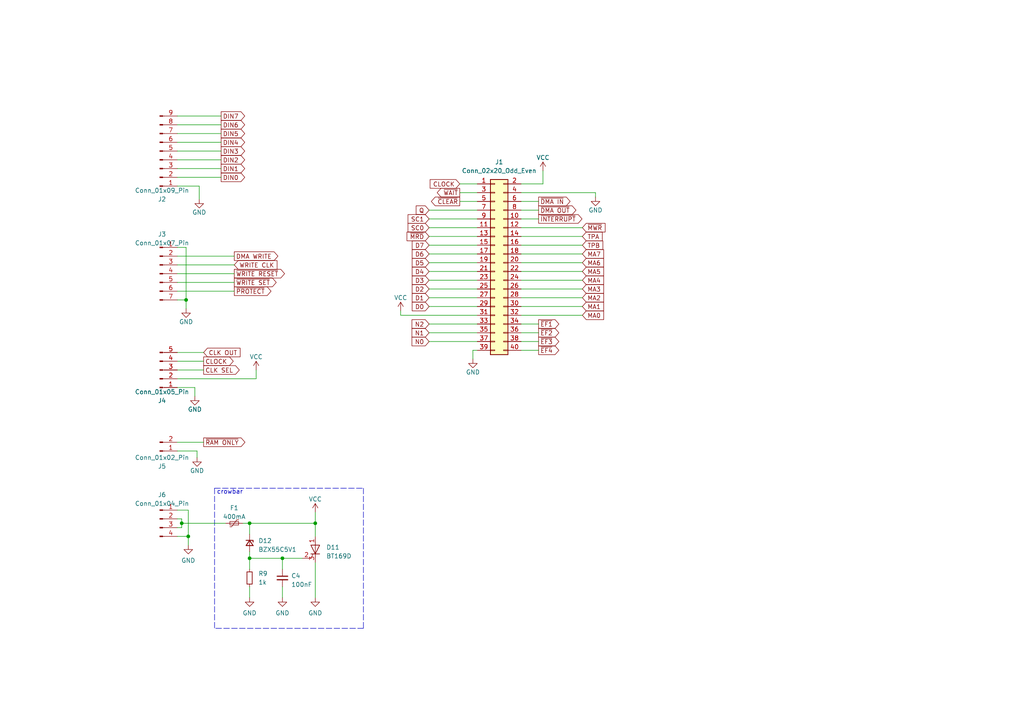
<source format=kicad_sch>
(kicad_sch (version 20230121) (generator eeschema)

  (uuid a354db78-f101-47d5-8789-986e75e6b909)

  (paper "A4")

  (title_block
    (title "Connectors")
    (date "2023-04-25")
    (rev "1")
    (company "ZLED")
  )

  (lib_symbols
    (symbol "Connector:Conn_01x02_Pin" (pin_names (offset 1.016) hide) (in_bom yes) (on_board yes)
      (property "Reference" "J" (at 0 2.54 0)
        (effects (font (size 1.27 1.27)))
      )
      (property "Value" "Conn_01x02_Pin" (at 0 -5.08 0)
        (effects (font (size 1.27 1.27)))
      )
      (property "Footprint" "" (at 0 0 0)
        (effects (font (size 1.27 1.27)) hide)
      )
      (property "Datasheet" "~" (at 0 0 0)
        (effects (font (size 1.27 1.27)) hide)
      )
      (property "ki_locked" "" (at 0 0 0)
        (effects (font (size 1.27 1.27)))
      )
      (property "ki_keywords" "connector" (at 0 0 0)
        (effects (font (size 1.27 1.27)) hide)
      )
      (property "ki_description" "Generic connector, single row, 01x02, script generated" (at 0 0 0)
        (effects (font (size 1.27 1.27)) hide)
      )
      (property "ki_fp_filters" "Connector*:*_1x??_*" (at 0 0 0)
        (effects (font (size 1.27 1.27)) hide)
      )
      (symbol "Conn_01x02_Pin_1_1"
        (polyline
          (pts
            (xy 1.27 -2.54)
            (xy 0.8636 -2.54)
          )
          (stroke (width 0.1524) (type default))
          (fill (type none))
        )
        (polyline
          (pts
            (xy 1.27 0)
            (xy 0.8636 0)
          )
          (stroke (width 0.1524) (type default))
          (fill (type none))
        )
        (rectangle (start 0.8636 -2.413) (end 0 -2.667)
          (stroke (width 0.1524) (type default))
          (fill (type outline))
        )
        (rectangle (start 0.8636 0.127) (end 0 -0.127)
          (stroke (width 0.1524) (type default))
          (fill (type outline))
        )
        (pin passive line (at 5.08 0 180) (length 3.81)
          (name "Pin_1" (effects (font (size 1.27 1.27))))
          (number "1" (effects (font (size 1.27 1.27))))
        )
        (pin passive line (at 5.08 -2.54 180) (length 3.81)
          (name "Pin_2" (effects (font (size 1.27 1.27))))
          (number "2" (effects (font (size 1.27 1.27))))
        )
      )
    )
    (symbol "Connector:Conn_01x04_Pin" (pin_names (offset 1.016) hide) (in_bom yes) (on_board yes)
      (property "Reference" "J" (at 0 5.08 0)
        (effects (font (size 1.27 1.27)))
      )
      (property "Value" "Conn_01x04_Pin" (at 0 -7.62 0)
        (effects (font (size 1.27 1.27)))
      )
      (property "Footprint" "" (at 0 0 0)
        (effects (font (size 1.27 1.27)) hide)
      )
      (property "Datasheet" "~" (at 0 0 0)
        (effects (font (size 1.27 1.27)) hide)
      )
      (property "ki_locked" "" (at 0 0 0)
        (effects (font (size 1.27 1.27)))
      )
      (property "ki_keywords" "connector" (at 0 0 0)
        (effects (font (size 1.27 1.27)) hide)
      )
      (property "ki_description" "Generic connector, single row, 01x04, script generated" (at 0 0 0)
        (effects (font (size 1.27 1.27)) hide)
      )
      (property "ki_fp_filters" "Connector*:*_1x??_*" (at 0 0 0)
        (effects (font (size 1.27 1.27)) hide)
      )
      (symbol "Conn_01x04_Pin_1_1"
        (polyline
          (pts
            (xy 1.27 -5.08)
            (xy 0.8636 -5.08)
          )
          (stroke (width 0.1524) (type default))
          (fill (type none))
        )
        (polyline
          (pts
            (xy 1.27 -2.54)
            (xy 0.8636 -2.54)
          )
          (stroke (width 0.1524) (type default))
          (fill (type none))
        )
        (polyline
          (pts
            (xy 1.27 0)
            (xy 0.8636 0)
          )
          (stroke (width 0.1524) (type default))
          (fill (type none))
        )
        (polyline
          (pts
            (xy 1.27 2.54)
            (xy 0.8636 2.54)
          )
          (stroke (width 0.1524) (type default))
          (fill (type none))
        )
        (rectangle (start 0.8636 -4.953) (end 0 -5.207)
          (stroke (width 0.1524) (type default))
          (fill (type outline))
        )
        (rectangle (start 0.8636 -2.413) (end 0 -2.667)
          (stroke (width 0.1524) (type default))
          (fill (type outline))
        )
        (rectangle (start 0.8636 0.127) (end 0 -0.127)
          (stroke (width 0.1524) (type default))
          (fill (type outline))
        )
        (rectangle (start 0.8636 2.667) (end 0 2.413)
          (stroke (width 0.1524) (type default))
          (fill (type outline))
        )
        (pin passive line (at 5.08 2.54 180) (length 3.81)
          (name "Pin_1" (effects (font (size 1.27 1.27))))
          (number "1" (effects (font (size 1.27 1.27))))
        )
        (pin passive line (at 5.08 0 180) (length 3.81)
          (name "Pin_2" (effects (font (size 1.27 1.27))))
          (number "2" (effects (font (size 1.27 1.27))))
        )
        (pin passive line (at 5.08 -2.54 180) (length 3.81)
          (name "Pin_3" (effects (font (size 1.27 1.27))))
          (number "3" (effects (font (size 1.27 1.27))))
        )
        (pin passive line (at 5.08 -5.08 180) (length 3.81)
          (name "Pin_4" (effects (font (size 1.27 1.27))))
          (number "4" (effects (font (size 1.27 1.27))))
        )
      )
    )
    (symbol "Connector:Conn_01x05_Pin" (pin_names (offset 1.016) hide) (in_bom yes) (on_board yes)
      (property "Reference" "J" (at 0 7.62 0)
        (effects (font (size 1.27 1.27)))
      )
      (property "Value" "Conn_01x05_Pin" (at 0 -7.62 0)
        (effects (font (size 1.27 1.27)))
      )
      (property "Footprint" "" (at 0 0 0)
        (effects (font (size 1.27 1.27)) hide)
      )
      (property "Datasheet" "~" (at 0 0 0)
        (effects (font (size 1.27 1.27)) hide)
      )
      (property "ki_locked" "" (at 0 0 0)
        (effects (font (size 1.27 1.27)))
      )
      (property "ki_keywords" "connector" (at 0 0 0)
        (effects (font (size 1.27 1.27)) hide)
      )
      (property "ki_description" "Generic connector, single row, 01x05, script generated" (at 0 0 0)
        (effects (font (size 1.27 1.27)) hide)
      )
      (property "ki_fp_filters" "Connector*:*_1x??_*" (at 0 0 0)
        (effects (font (size 1.27 1.27)) hide)
      )
      (symbol "Conn_01x05_Pin_1_1"
        (polyline
          (pts
            (xy 1.27 -5.08)
            (xy 0.8636 -5.08)
          )
          (stroke (width 0.1524) (type default))
          (fill (type none))
        )
        (polyline
          (pts
            (xy 1.27 -2.54)
            (xy 0.8636 -2.54)
          )
          (stroke (width 0.1524) (type default))
          (fill (type none))
        )
        (polyline
          (pts
            (xy 1.27 0)
            (xy 0.8636 0)
          )
          (stroke (width 0.1524) (type default))
          (fill (type none))
        )
        (polyline
          (pts
            (xy 1.27 2.54)
            (xy 0.8636 2.54)
          )
          (stroke (width 0.1524) (type default))
          (fill (type none))
        )
        (polyline
          (pts
            (xy 1.27 5.08)
            (xy 0.8636 5.08)
          )
          (stroke (width 0.1524) (type default))
          (fill (type none))
        )
        (rectangle (start 0.8636 -4.953) (end 0 -5.207)
          (stroke (width 0.1524) (type default))
          (fill (type outline))
        )
        (rectangle (start 0.8636 -2.413) (end 0 -2.667)
          (stroke (width 0.1524) (type default))
          (fill (type outline))
        )
        (rectangle (start 0.8636 0.127) (end 0 -0.127)
          (stroke (width 0.1524) (type default))
          (fill (type outline))
        )
        (rectangle (start 0.8636 2.667) (end 0 2.413)
          (stroke (width 0.1524) (type default))
          (fill (type outline))
        )
        (rectangle (start 0.8636 5.207) (end 0 4.953)
          (stroke (width 0.1524) (type default))
          (fill (type outline))
        )
        (pin passive line (at 5.08 5.08 180) (length 3.81)
          (name "Pin_1" (effects (font (size 1.27 1.27))))
          (number "1" (effects (font (size 1.27 1.27))))
        )
        (pin passive line (at 5.08 2.54 180) (length 3.81)
          (name "Pin_2" (effects (font (size 1.27 1.27))))
          (number "2" (effects (font (size 1.27 1.27))))
        )
        (pin passive line (at 5.08 0 180) (length 3.81)
          (name "Pin_3" (effects (font (size 1.27 1.27))))
          (number "3" (effects (font (size 1.27 1.27))))
        )
        (pin passive line (at 5.08 -2.54 180) (length 3.81)
          (name "Pin_4" (effects (font (size 1.27 1.27))))
          (number "4" (effects (font (size 1.27 1.27))))
        )
        (pin passive line (at 5.08 -5.08 180) (length 3.81)
          (name "Pin_5" (effects (font (size 1.27 1.27))))
          (number "5" (effects (font (size 1.27 1.27))))
        )
      )
    )
    (symbol "Connector:Conn_01x07_Pin" (pin_names (offset 1.016) hide) (in_bom yes) (on_board yes)
      (property "Reference" "J" (at 0 10.16 0)
        (effects (font (size 1.27 1.27)))
      )
      (property "Value" "Conn_01x07_Pin" (at 0 -10.16 0)
        (effects (font (size 1.27 1.27)))
      )
      (property "Footprint" "" (at 0 0 0)
        (effects (font (size 1.27 1.27)) hide)
      )
      (property "Datasheet" "~" (at 0 0 0)
        (effects (font (size 1.27 1.27)) hide)
      )
      (property "ki_locked" "" (at 0 0 0)
        (effects (font (size 1.27 1.27)))
      )
      (property "ki_keywords" "connector" (at 0 0 0)
        (effects (font (size 1.27 1.27)) hide)
      )
      (property "ki_description" "Generic connector, single row, 01x07, script generated" (at 0 0 0)
        (effects (font (size 1.27 1.27)) hide)
      )
      (property "ki_fp_filters" "Connector*:*_1x??_*" (at 0 0 0)
        (effects (font (size 1.27 1.27)) hide)
      )
      (symbol "Conn_01x07_Pin_1_1"
        (polyline
          (pts
            (xy 1.27 -7.62)
            (xy 0.8636 -7.62)
          )
          (stroke (width 0.1524) (type default))
          (fill (type none))
        )
        (polyline
          (pts
            (xy 1.27 -5.08)
            (xy 0.8636 -5.08)
          )
          (stroke (width 0.1524) (type default))
          (fill (type none))
        )
        (polyline
          (pts
            (xy 1.27 -2.54)
            (xy 0.8636 -2.54)
          )
          (stroke (width 0.1524) (type default))
          (fill (type none))
        )
        (polyline
          (pts
            (xy 1.27 0)
            (xy 0.8636 0)
          )
          (stroke (width 0.1524) (type default))
          (fill (type none))
        )
        (polyline
          (pts
            (xy 1.27 2.54)
            (xy 0.8636 2.54)
          )
          (stroke (width 0.1524) (type default))
          (fill (type none))
        )
        (polyline
          (pts
            (xy 1.27 5.08)
            (xy 0.8636 5.08)
          )
          (stroke (width 0.1524) (type default))
          (fill (type none))
        )
        (polyline
          (pts
            (xy 1.27 7.62)
            (xy 0.8636 7.62)
          )
          (stroke (width 0.1524) (type default))
          (fill (type none))
        )
        (rectangle (start 0.8636 -7.493) (end 0 -7.747)
          (stroke (width 0.1524) (type default))
          (fill (type outline))
        )
        (rectangle (start 0.8636 -4.953) (end 0 -5.207)
          (stroke (width 0.1524) (type default))
          (fill (type outline))
        )
        (rectangle (start 0.8636 -2.413) (end 0 -2.667)
          (stroke (width 0.1524) (type default))
          (fill (type outline))
        )
        (rectangle (start 0.8636 0.127) (end 0 -0.127)
          (stroke (width 0.1524) (type default))
          (fill (type outline))
        )
        (rectangle (start 0.8636 2.667) (end 0 2.413)
          (stroke (width 0.1524) (type default))
          (fill (type outline))
        )
        (rectangle (start 0.8636 5.207) (end 0 4.953)
          (stroke (width 0.1524) (type default))
          (fill (type outline))
        )
        (rectangle (start 0.8636 7.747) (end 0 7.493)
          (stroke (width 0.1524) (type default))
          (fill (type outline))
        )
        (pin passive line (at 5.08 7.62 180) (length 3.81)
          (name "Pin_1" (effects (font (size 1.27 1.27))))
          (number "1" (effects (font (size 1.27 1.27))))
        )
        (pin passive line (at 5.08 5.08 180) (length 3.81)
          (name "Pin_2" (effects (font (size 1.27 1.27))))
          (number "2" (effects (font (size 1.27 1.27))))
        )
        (pin passive line (at 5.08 2.54 180) (length 3.81)
          (name "Pin_3" (effects (font (size 1.27 1.27))))
          (number "3" (effects (font (size 1.27 1.27))))
        )
        (pin passive line (at 5.08 0 180) (length 3.81)
          (name "Pin_4" (effects (font (size 1.27 1.27))))
          (number "4" (effects (font (size 1.27 1.27))))
        )
        (pin passive line (at 5.08 -2.54 180) (length 3.81)
          (name "Pin_5" (effects (font (size 1.27 1.27))))
          (number "5" (effects (font (size 1.27 1.27))))
        )
        (pin passive line (at 5.08 -5.08 180) (length 3.81)
          (name "Pin_6" (effects (font (size 1.27 1.27))))
          (number "6" (effects (font (size 1.27 1.27))))
        )
        (pin passive line (at 5.08 -7.62 180) (length 3.81)
          (name "Pin_7" (effects (font (size 1.27 1.27))))
          (number "7" (effects (font (size 1.27 1.27))))
        )
      )
    )
    (symbol "Connector:Conn_01x09_Pin" (pin_names (offset 1.016) hide) (in_bom yes) (on_board yes)
      (property "Reference" "J" (at 0 12.7 0)
        (effects (font (size 1.27 1.27)))
      )
      (property "Value" "Conn_01x09_Pin" (at 0 -12.7 0)
        (effects (font (size 1.27 1.27)))
      )
      (property "Footprint" "" (at 0 0 0)
        (effects (font (size 1.27 1.27)) hide)
      )
      (property "Datasheet" "~" (at 0 0 0)
        (effects (font (size 1.27 1.27)) hide)
      )
      (property "ki_locked" "" (at 0 0 0)
        (effects (font (size 1.27 1.27)))
      )
      (property "ki_keywords" "connector" (at 0 0 0)
        (effects (font (size 1.27 1.27)) hide)
      )
      (property "ki_description" "Generic connector, single row, 01x09, script generated" (at 0 0 0)
        (effects (font (size 1.27 1.27)) hide)
      )
      (property "ki_fp_filters" "Connector*:*_1x??_*" (at 0 0 0)
        (effects (font (size 1.27 1.27)) hide)
      )
      (symbol "Conn_01x09_Pin_1_1"
        (polyline
          (pts
            (xy 1.27 -10.16)
            (xy 0.8636 -10.16)
          )
          (stroke (width 0.1524) (type default))
          (fill (type none))
        )
        (polyline
          (pts
            (xy 1.27 -7.62)
            (xy 0.8636 -7.62)
          )
          (stroke (width 0.1524) (type default))
          (fill (type none))
        )
        (polyline
          (pts
            (xy 1.27 -5.08)
            (xy 0.8636 -5.08)
          )
          (stroke (width 0.1524) (type default))
          (fill (type none))
        )
        (polyline
          (pts
            (xy 1.27 -2.54)
            (xy 0.8636 -2.54)
          )
          (stroke (width 0.1524) (type default))
          (fill (type none))
        )
        (polyline
          (pts
            (xy 1.27 0)
            (xy 0.8636 0)
          )
          (stroke (width 0.1524) (type default))
          (fill (type none))
        )
        (polyline
          (pts
            (xy 1.27 2.54)
            (xy 0.8636 2.54)
          )
          (stroke (width 0.1524) (type default))
          (fill (type none))
        )
        (polyline
          (pts
            (xy 1.27 5.08)
            (xy 0.8636 5.08)
          )
          (stroke (width 0.1524) (type default))
          (fill (type none))
        )
        (polyline
          (pts
            (xy 1.27 7.62)
            (xy 0.8636 7.62)
          )
          (stroke (width 0.1524) (type default))
          (fill (type none))
        )
        (polyline
          (pts
            (xy 1.27 10.16)
            (xy 0.8636 10.16)
          )
          (stroke (width 0.1524) (type default))
          (fill (type none))
        )
        (rectangle (start 0.8636 -10.033) (end 0 -10.287)
          (stroke (width 0.1524) (type default))
          (fill (type outline))
        )
        (rectangle (start 0.8636 -7.493) (end 0 -7.747)
          (stroke (width 0.1524) (type default))
          (fill (type outline))
        )
        (rectangle (start 0.8636 -4.953) (end 0 -5.207)
          (stroke (width 0.1524) (type default))
          (fill (type outline))
        )
        (rectangle (start 0.8636 -2.413) (end 0 -2.667)
          (stroke (width 0.1524) (type default))
          (fill (type outline))
        )
        (rectangle (start 0.8636 0.127) (end 0 -0.127)
          (stroke (width 0.1524) (type default))
          (fill (type outline))
        )
        (rectangle (start 0.8636 2.667) (end 0 2.413)
          (stroke (width 0.1524) (type default))
          (fill (type outline))
        )
        (rectangle (start 0.8636 5.207) (end 0 4.953)
          (stroke (width 0.1524) (type default))
          (fill (type outline))
        )
        (rectangle (start 0.8636 7.747) (end 0 7.493)
          (stroke (width 0.1524) (type default))
          (fill (type outline))
        )
        (rectangle (start 0.8636 10.287) (end 0 10.033)
          (stroke (width 0.1524) (type default))
          (fill (type outline))
        )
        (pin passive line (at 5.08 10.16 180) (length 3.81)
          (name "Pin_1" (effects (font (size 1.27 1.27))))
          (number "1" (effects (font (size 1.27 1.27))))
        )
        (pin passive line (at 5.08 7.62 180) (length 3.81)
          (name "Pin_2" (effects (font (size 1.27 1.27))))
          (number "2" (effects (font (size 1.27 1.27))))
        )
        (pin passive line (at 5.08 5.08 180) (length 3.81)
          (name "Pin_3" (effects (font (size 1.27 1.27))))
          (number "3" (effects (font (size 1.27 1.27))))
        )
        (pin passive line (at 5.08 2.54 180) (length 3.81)
          (name "Pin_4" (effects (font (size 1.27 1.27))))
          (number "4" (effects (font (size 1.27 1.27))))
        )
        (pin passive line (at 5.08 0 180) (length 3.81)
          (name "Pin_5" (effects (font (size 1.27 1.27))))
          (number "5" (effects (font (size 1.27 1.27))))
        )
        (pin passive line (at 5.08 -2.54 180) (length 3.81)
          (name "Pin_6" (effects (font (size 1.27 1.27))))
          (number "6" (effects (font (size 1.27 1.27))))
        )
        (pin passive line (at 5.08 -5.08 180) (length 3.81)
          (name "Pin_7" (effects (font (size 1.27 1.27))))
          (number "7" (effects (font (size 1.27 1.27))))
        )
        (pin passive line (at 5.08 -7.62 180) (length 3.81)
          (name "Pin_8" (effects (font (size 1.27 1.27))))
          (number "8" (effects (font (size 1.27 1.27))))
        )
        (pin passive line (at 5.08 -10.16 180) (length 3.81)
          (name "Pin_9" (effects (font (size 1.27 1.27))))
          (number "9" (effects (font (size 1.27 1.27))))
        )
      )
    )
    (symbol "Connector_Generic:Conn_02x20_Odd_Even" (pin_names (offset 1.016) hide) (in_bom yes) (on_board yes)
      (property "Reference" "J" (at 1.27 25.4 0)
        (effects (font (size 1.27 1.27)))
      )
      (property "Value" "Conn_02x20_Odd_Even" (at 1.27 -27.94 0)
        (effects (font (size 1.27 1.27)))
      )
      (property "Footprint" "" (at 0 0 0)
        (effects (font (size 1.27 1.27)) hide)
      )
      (property "Datasheet" "~" (at 0 0 0)
        (effects (font (size 1.27 1.27)) hide)
      )
      (property "ki_keywords" "connector" (at 0 0 0)
        (effects (font (size 1.27 1.27)) hide)
      )
      (property "ki_description" "Generic connector, double row, 02x20, odd/even pin numbering scheme (row 1 odd numbers, row 2 even numbers), script generated (kicad-library-utils/schlib/autogen/connector/)" (at 0 0 0)
        (effects (font (size 1.27 1.27)) hide)
      )
      (property "ki_fp_filters" "Connector*:*_2x??_*" (at 0 0 0)
        (effects (font (size 1.27 1.27)) hide)
      )
      (symbol "Conn_02x20_Odd_Even_1_1"
        (rectangle (start -1.27 -25.273) (end 0 -25.527)
          (stroke (width 0.1524) (type default))
          (fill (type none))
        )
        (rectangle (start -1.27 -22.733) (end 0 -22.987)
          (stroke (width 0.1524) (type default))
          (fill (type none))
        )
        (rectangle (start -1.27 -20.193) (end 0 -20.447)
          (stroke (width 0.1524) (type default))
          (fill (type none))
        )
        (rectangle (start -1.27 -17.653) (end 0 -17.907)
          (stroke (width 0.1524) (type default))
          (fill (type none))
        )
        (rectangle (start -1.27 -15.113) (end 0 -15.367)
          (stroke (width 0.1524) (type default))
          (fill (type none))
        )
        (rectangle (start -1.27 -12.573) (end 0 -12.827)
          (stroke (width 0.1524) (type default))
          (fill (type none))
        )
        (rectangle (start -1.27 -10.033) (end 0 -10.287)
          (stroke (width 0.1524) (type default))
          (fill (type none))
        )
        (rectangle (start -1.27 -7.493) (end 0 -7.747)
          (stroke (width 0.1524) (type default))
          (fill (type none))
        )
        (rectangle (start -1.27 -4.953) (end 0 -5.207)
          (stroke (width 0.1524) (type default))
          (fill (type none))
        )
        (rectangle (start -1.27 -2.413) (end 0 -2.667)
          (stroke (width 0.1524) (type default))
          (fill (type none))
        )
        (rectangle (start -1.27 0.127) (end 0 -0.127)
          (stroke (width 0.1524) (type default))
          (fill (type none))
        )
        (rectangle (start -1.27 2.667) (end 0 2.413)
          (stroke (width 0.1524) (type default))
          (fill (type none))
        )
        (rectangle (start -1.27 5.207) (end 0 4.953)
          (stroke (width 0.1524) (type default))
          (fill (type none))
        )
        (rectangle (start -1.27 7.747) (end 0 7.493)
          (stroke (width 0.1524) (type default))
          (fill (type none))
        )
        (rectangle (start -1.27 10.287) (end 0 10.033)
          (stroke (width 0.1524) (type default))
          (fill (type none))
        )
        (rectangle (start -1.27 12.827) (end 0 12.573)
          (stroke (width 0.1524) (type default))
          (fill (type none))
        )
        (rectangle (start -1.27 15.367) (end 0 15.113)
          (stroke (width 0.1524) (type default))
          (fill (type none))
        )
        (rectangle (start -1.27 17.907) (end 0 17.653)
          (stroke (width 0.1524) (type default))
          (fill (type none))
        )
        (rectangle (start -1.27 20.447) (end 0 20.193)
          (stroke (width 0.1524) (type default))
          (fill (type none))
        )
        (rectangle (start -1.27 22.987) (end 0 22.733)
          (stroke (width 0.1524) (type default))
          (fill (type none))
        )
        (rectangle (start -1.27 24.13) (end 3.81 -26.67)
          (stroke (width 0.254) (type default))
          (fill (type background))
        )
        (rectangle (start 3.81 -25.273) (end 2.54 -25.527)
          (stroke (width 0.1524) (type default))
          (fill (type none))
        )
        (rectangle (start 3.81 -22.733) (end 2.54 -22.987)
          (stroke (width 0.1524) (type default))
          (fill (type none))
        )
        (rectangle (start 3.81 -20.193) (end 2.54 -20.447)
          (stroke (width 0.1524) (type default))
          (fill (type none))
        )
        (rectangle (start 3.81 -17.653) (end 2.54 -17.907)
          (stroke (width 0.1524) (type default))
          (fill (type none))
        )
        (rectangle (start 3.81 -15.113) (end 2.54 -15.367)
          (stroke (width 0.1524) (type default))
          (fill (type none))
        )
        (rectangle (start 3.81 -12.573) (end 2.54 -12.827)
          (stroke (width 0.1524) (type default))
          (fill (type none))
        )
        (rectangle (start 3.81 -10.033) (end 2.54 -10.287)
          (stroke (width 0.1524) (type default))
          (fill (type none))
        )
        (rectangle (start 3.81 -7.493) (end 2.54 -7.747)
          (stroke (width 0.1524) (type default))
          (fill (type none))
        )
        (rectangle (start 3.81 -4.953) (end 2.54 -5.207)
          (stroke (width 0.1524) (type default))
          (fill (type none))
        )
        (rectangle (start 3.81 -2.413) (end 2.54 -2.667)
          (stroke (width 0.1524) (type default))
          (fill (type none))
        )
        (rectangle (start 3.81 0.127) (end 2.54 -0.127)
          (stroke (width 0.1524) (type default))
          (fill (type none))
        )
        (rectangle (start 3.81 2.667) (end 2.54 2.413)
          (stroke (width 0.1524) (type default))
          (fill (type none))
        )
        (rectangle (start 3.81 5.207) (end 2.54 4.953)
          (stroke (width 0.1524) (type default))
          (fill (type none))
        )
        (rectangle (start 3.81 7.747) (end 2.54 7.493)
          (stroke (width 0.1524) (type default))
          (fill (type none))
        )
        (rectangle (start 3.81 10.287) (end 2.54 10.033)
          (stroke (width 0.1524) (type default))
          (fill (type none))
        )
        (rectangle (start 3.81 12.827) (end 2.54 12.573)
          (stroke (width 0.1524) (type default))
          (fill (type none))
        )
        (rectangle (start 3.81 15.367) (end 2.54 15.113)
          (stroke (width 0.1524) (type default))
          (fill (type none))
        )
        (rectangle (start 3.81 17.907) (end 2.54 17.653)
          (stroke (width 0.1524) (type default))
          (fill (type none))
        )
        (rectangle (start 3.81 20.447) (end 2.54 20.193)
          (stroke (width 0.1524) (type default))
          (fill (type none))
        )
        (rectangle (start 3.81 22.987) (end 2.54 22.733)
          (stroke (width 0.1524) (type default))
          (fill (type none))
        )
        (pin passive line (at -5.08 22.86 0) (length 3.81)
          (name "Pin_1" (effects (font (size 1.27 1.27))))
          (number "1" (effects (font (size 1.27 1.27))))
        )
        (pin passive line (at 7.62 12.7 180) (length 3.81)
          (name "Pin_10" (effects (font (size 1.27 1.27))))
          (number "10" (effects (font (size 1.27 1.27))))
        )
        (pin passive line (at -5.08 10.16 0) (length 3.81)
          (name "Pin_11" (effects (font (size 1.27 1.27))))
          (number "11" (effects (font (size 1.27 1.27))))
        )
        (pin passive line (at 7.62 10.16 180) (length 3.81)
          (name "Pin_12" (effects (font (size 1.27 1.27))))
          (number "12" (effects (font (size 1.27 1.27))))
        )
        (pin passive line (at -5.08 7.62 0) (length 3.81)
          (name "Pin_13" (effects (font (size 1.27 1.27))))
          (number "13" (effects (font (size 1.27 1.27))))
        )
        (pin passive line (at 7.62 7.62 180) (length 3.81)
          (name "Pin_14" (effects (font (size 1.27 1.27))))
          (number "14" (effects (font (size 1.27 1.27))))
        )
        (pin passive line (at -5.08 5.08 0) (length 3.81)
          (name "Pin_15" (effects (font (size 1.27 1.27))))
          (number "15" (effects (font (size 1.27 1.27))))
        )
        (pin passive line (at 7.62 5.08 180) (length 3.81)
          (name "Pin_16" (effects (font (size 1.27 1.27))))
          (number "16" (effects (font (size 1.27 1.27))))
        )
        (pin passive line (at -5.08 2.54 0) (length 3.81)
          (name "Pin_17" (effects (font (size 1.27 1.27))))
          (number "17" (effects (font (size 1.27 1.27))))
        )
        (pin passive line (at 7.62 2.54 180) (length 3.81)
          (name "Pin_18" (effects (font (size 1.27 1.27))))
          (number "18" (effects (font (size 1.27 1.27))))
        )
        (pin passive line (at -5.08 0 0) (length 3.81)
          (name "Pin_19" (effects (font (size 1.27 1.27))))
          (number "19" (effects (font (size 1.27 1.27))))
        )
        (pin passive line (at 7.62 22.86 180) (length 3.81)
          (name "Pin_2" (effects (font (size 1.27 1.27))))
          (number "2" (effects (font (size 1.27 1.27))))
        )
        (pin passive line (at 7.62 0 180) (length 3.81)
          (name "Pin_20" (effects (font (size 1.27 1.27))))
          (number "20" (effects (font (size 1.27 1.27))))
        )
        (pin passive line (at -5.08 -2.54 0) (length 3.81)
          (name "Pin_21" (effects (font (size 1.27 1.27))))
          (number "21" (effects (font (size 1.27 1.27))))
        )
        (pin passive line (at 7.62 -2.54 180) (length 3.81)
          (name "Pin_22" (effects (font (size 1.27 1.27))))
          (number "22" (effects (font (size 1.27 1.27))))
        )
        (pin passive line (at -5.08 -5.08 0) (length 3.81)
          (name "Pin_23" (effects (font (size 1.27 1.27))))
          (number "23" (effects (font (size 1.27 1.27))))
        )
        (pin passive line (at 7.62 -5.08 180) (length 3.81)
          (name "Pin_24" (effects (font (size 1.27 1.27))))
          (number "24" (effects (font (size 1.27 1.27))))
        )
        (pin passive line (at -5.08 -7.62 0) (length 3.81)
          (name "Pin_25" (effects (font (size 1.27 1.27))))
          (number "25" (effects (font (size 1.27 1.27))))
        )
        (pin passive line (at 7.62 -7.62 180) (length 3.81)
          (name "Pin_26" (effects (font (size 1.27 1.27))))
          (number "26" (effects (font (size 1.27 1.27))))
        )
        (pin passive line (at -5.08 -10.16 0) (length 3.81)
          (name "Pin_27" (effects (font (size 1.27 1.27))))
          (number "27" (effects (font (size 1.27 1.27))))
        )
        (pin passive line (at 7.62 -10.16 180) (length 3.81)
          (name "Pin_28" (effects (font (size 1.27 1.27))))
          (number "28" (effects (font (size 1.27 1.27))))
        )
        (pin passive line (at -5.08 -12.7 0) (length 3.81)
          (name "Pin_29" (effects (font (size 1.27 1.27))))
          (number "29" (effects (font (size 1.27 1.27))))
        )
        (pin passive line (at -5.08 20.32 0) (length 3.81)
          (name "Pin_3" (effects (font (size 1.27 1.27))))
          (number "3" (effects (font (size 1.27 1.27))))
        )
        (pin passive line (at 7.62 -12.7 180) (length 3.81)
          (name "Pin_30" (effects (font (size 1.27 1.27))))
          (number "30" (effects (font (size 1.27 1.27))))
        )
        (pin passive line (at -5.08 -15.24 0) (length 3.81)
          (name "Pin_31" (effects (font (size 1.27 1.27))))
          (number "31" (effects (font (size 1.27 1.27))))
        )
        (pin passive line (at 7.62 -15.24 180) (length 3.81)
          (name "Pin_32" (effects (font (size 1.27 1.27))))
          (number "32" (effects (font (size 1.27 1.27))))
        )
        (pin passive line (at -5.08 -17.78 0) (length 3.81)
          (name "Pin_33" (effects (font (size 1.27 1.27))))
          (number "33" (effects (font (size 1.27 1.27))))
        )
        (pin passive line (at 7.62 -17.78 180) (length 3.81)
          (name "Pin_34" (effects (font (size 1.27 1.27))))
          (number "34" (effects (font (size 1.27 1.27))))
        )
        (pin passive line (at -5.08 -20.32 0) (length 3.81)
          (name "Pin_35" (effects (font (size 1.27 1.27))))
          (number "35" (effects (font (size 1.27 1.27))))
        )
        (pin passive line (at 7.62 -20.32 180) (length 3.81)
          (name "Pin_36" (effects (font (size 1.27 1.27))))
          (number "36" (effects (font (size 1.27 1.27))))
        )
        (pin passive line (at -5.08 -22.86 0) (length 3.81)
          (name "Pin_37" (effects (font (size 1.27 1.27))))
          (number "37" (effects (font (size 1.27 1.27))))
        )
        (pin passive line (at 7.62 -22.86 180) (length 3.81)
          (name "Pin_38" (effects (font (size 1.27 1.27))))
          (number "38" (effects (font (size 1.27 1.27))))
        )
        (pin passive line (at -5.08 -25.4 0) (length 3.81)
          (name "Pin_39" (effects (font (size 1.27 1.27))))
          (number "39" (effects (font (size 1.27 1.27))))
        )
        (pin passive line (at 7.62 20.32 180) (length 3.81)
          (name "Pin_4" (effects (font (size 1.27 1.27))))
          (number "4" (effects (font (size 1.27 1.27))))
        )
        (pin passive line (at 7.62 -25.4 180) (length 3.81)
          (name "Pin_40" (effects (font (size 1.27 1.27))))
          (number "40" (effects (font (size 1.27 1.27))))
        )
        (pin passive line (at -5.08 17.78 0) (length 3.81)
          (name "Pin_5" (effects (font (size 1.27 1.27))))
          (number "5" (effects (font (size 1.27 1.27))))
        )
        (pin passive line (at 7.62 17.78 180) (length 3.81)
          (name "Pin_6" (effects (font (size 1.27 1.27))))
          (number "6" (effects (font (size 1.27 1.27))))
        )
        (pin passive line (at -5.08 15.24 0) (length 3.81)
          (name "Pin_7" (effects (font (size 1.27 1.27))))
          (number "7" (effects (font (size 1.27 1.27))))
        )
        (pin passive line (at 7.62 15.24 180) (length 3.81)
          (name "Pin_8" (effects (font (size 1.27 1.27))))
          (number "8" (effects (font (size 1.27 1.27))))
        )
        (pin passive line (at -5.08 12.7 0) (length 3.81)
          (name "Pin_9" (effects (font (size 1.27 1.27))))
          (number "9" (effects (font (size 1.27 1.27))))
        )
      )
    )
    (symbol "Device:C_Small" (pin_numbers hide) (pin_names (offset 0.254) hide) (in_bom yes) (on_board yes)
      (property "Reference" "C" (at 0.254 1.778 0)
        (effects (font (size 1.27 1.27)) (justify left))
      )
      (property "Value" "C_Small" (at 0.254 -2.032 0)
        (effects (font (size 1.27 1.27)) (justify left))
      )
      (property "Footprint" "" (at 0 0 0)
        (effects (font (size 1.27 1.27)) hide)
      )
      (property "Datasheet" "~" (at 0 0 0)
        (effects (font (size 1.27 1.27)) hide)
      )
      (property "ki_keywords" "capacitor cap" (at 0 0 0)
        (effects (font (size 1.27 1.27)) hide)
      )
      (property "ki_description" "Unpolarized capacitor, small symbol" (at 0 0 0)
        (effects (font (size 1.27 1.27)) hide)
      )
      (property "ki_fp_filters" "C_*" (at 0 0 0)
        (effects (font (size 1.27 1.27)) hide)
      )
      (symbol "C_Small_0_1"
        (polyline
          (pts
            (xy -1.524 -0.508)
            (xy 1.524 -0.508)
          )
          (stroke (width 0.3302) (type default))
          (fill (type none))
        )
        (polyline
          (pts
            (xy -1.524 0.508)
            (xy 1.524 0.508)
          )
          (stroke (width 0.3048) (type default))
          (fill (type none))
        )
      )
      (symbol "C_Small_1_1"
        (pin passive line (at 0 2.54 270) (length 2.032)
          (name "~" (effects (font (size 1.27 1.27))))
          (number "1" (effects (font (size 1.27 1.27))))
        )
        (pin passive line (at 0 -2.54 90) (length 2.032)
          (name "~" (effects (font (size 1.27 1.27))))
          (number "2" (effects (font (size 1.27 1.27))))
        )
      )
    )
    (symbol "Device:D_Zener_Small" (pin_numbers hide) (pin_names (offset 0.254) hide) (in_bom yes) (on_board yes)
      (property "Reference" "D" (at 0 2.286 0)
        (effects (font (size 1.27 1.27)))
      )
      (property "Value" "D_Zener_Small" (at 0 -2.286 0)
        (effects (font (size 1.27 1.27)))
      )
      (property "Footprint" "" (at 0 0 90)
        (effects (font (size 1.27 1.27)) hide)
      )
      (property "Datasheet" "~" (at 0 0 90)
        (effects (font (size 1.27 1.27)) hide)
      )
      (property "ki_keywords" "diode" (at 0 0 0)
        (effects (font (size 1.27 1.27)) hide)
      )
      (property "ki_description" "Zener diode, small symbol" (at 0 0 0)
        (effects (font (size 1.27 1.27)) hide)
      )
      (property "ki_fp_filters" "TO-???* *_Diode_* *SingleDiode* D_*" (at 0 0 0)
        (effects (font (size 1.27 1.27)) hide)
      )
      (symbol "D_Zener_Small_0_1"
        (polyline
          (pts
            (xy 0.762 0)
            (xy -0.762 0)
          )
          (stroke (width 0) (type default))
          (fill (type none))
        )
        (polyline
          (pts
            (xy -0.254 1.016)
            (xy -0.762 1.016)
            (xy -0.762 -1.016)
          )
          (stroke (width 0.254) (type default))
          (fill (type none))
        )
        (polyline
          (pts
            (xy 0.762 1.016)
            (xy -0.762 0)
            (xy 0.762 -1.016)
            (xy 0.762 1.016)
          )
          (stroke (width 0.254) (type default))
          (fill (type none))
        )
      )
      (symbol "D_Zener_Small_1_1"
        (pin passive line (at -2.54 0 0) (length 1.778)
          (name "K" (effects (font (size 1.27 1.27))))
          (number "1" (effects (font (size 1.27 1.27))))
        )
        (pin passive line (at 2.54 0 180) (length 1.778)
          (name "A" (effects (font (size 1.27 1.27))))
          (number "2" (effects (font (size 1.27 1.27))))
        )
      )
    )
    (symbol "Device:Polyfuse_Small" (pin_numbers hide) (pin_names (offset 0)) (in_bom yes) (on_board yes)
      (property "Reference" "F" (at -1.905 0 90)
        (effects (font (size 1.27 1.27)))
      )
      (property "Value" "Polyfuse_Small" (at 1.905 0 90)
        (effects (font (size 1.27 1.27)))
      )
      (property "Footprint" "" (at 1.27 -5.08 0)
        (effects (font (size 1.27 1.27)) (justify left) hide)
      )
      (property "Datasheet" "~" (at 0 0 0)
        (effects (font (size 1.27 1.27)) hide)
      )
      (property "ki_keywords" "resettable fuse PTC PPTC polyfuse polyswitch" (at 0 0 0)
        (effects (font (size 1.27 1.27)) hide)
      )
      (property "ki_description" "Resettable fuse, polymeric positive temperature coefficient, small symbol" (at 0 0 0)
        (effects (font (size 1.27 1.27)) hide)
      )
      (property "ki_fp_filters" "*polyfuse* *PTC*" (at 0 0 0)
        (effects (font (size 1.27 1.27)) hide)
      )
      (symbol "Polyfuse_Small_0_1"
        (rectangle (start -0.508 1.27) (end 0.508 -1.27)
          (stroke (width 0) (type default))
          (fill (type none))
        )
        (polyline
          (pts
            (xy 0 2.54)
            (xy 0 -2.54)
          )
          (stroke (width 0) (type default))
          (fill (type none))
        )
        (polyline
          (pts
            (xy -1.016 1.27)
            (xy -1.016 0.762)
            (xy 1.016 -0.762)
            (xy 1.016 -1.27)
          )
          (stroke (width 0) (type default))
          (fill (type none))
        )
      )
      (symbol "Polyfuse_Small_1_1"
        (pin passive line (at 0 2.54 270) (length 0.635)
          (name "~" (effects (font (size 1.27 1.27))))
          (number "1" (effects (font (size 1.27 1.27))))
        )
        (pin passive line (at 0 -2.54 90) (length 0.635)
          (name "~" (effects (font (size 1.27 1.27))))
          (number "2" (effects (font (size 1.27 1.27))))
        )
      )
    )
    (symbol "Device:Q_SCR_AGK" (pin_names (offset 0) hide) (in_bom yes) (on_board yes)
      (property "Reference" "D" (at 1.905 0.635 0)
        (effects (font (size 1.27 1.27)) (justify left))
      )
      (property "Value" "Q_SCR_AGK" (at 1.905 -1.27 0)
        (effects (font (size 1.27 1.27)) (justify left))
      )
      (property "Footprint" "" (at 0 0 90)
        (effects (font (size 1.27 1.27)) hide)
      )
      (property "Datasheet" "~" (at 0 0 90)
        (effects (font (size 1.27 1.27)) hide)
      )
      (property "ki_keywords" "SCR thyristor" (at 0 0 0)
        (effects (font (size 1.27 1.27)) hide)
      )
      (property "ki_description" "Silicon controlled rectifier, anode/gate/cathode" (at 0 0 0)
        (effects (font (size 1.27 1.27)) hide)
      )
      (symbol "Q_SCR_AGK_0_1"
        (polyline
          (pts
            (xy -1.27 -2.54)
            (xy -0.635 -1.27)
          )
          (stroke (width 0) (type default))
          (fill (type none))
        )
        (polyline
          (pts
            (xy -1.27 -1.27)
            (xy 1.27 -1.27)
          )
          (stroke (width 0.2032) (type default))
          (fill (type none))
        )
        (polyline
          (pts
            (xy 0 -2.54)
            (xy 0 2.54)
          )
          (stroke (width 0) (type default))
          (fill (type none))
        )
        (polyline
          (pts
            (xy -1.27 1.27)
            (xy 1.27 1.27)
            (xy 0 -1.27)
            (xy -1.27 1.27)
          )
          (stroke (width 0.2032) (type default))
          (fill (type none))
        )
      )
      (symbol "Q_SCR_AGK_1_1"
        (pin passive line (at 0 3.81 270) (length 2.54)
          (name "A" (effects (font (size 1.27 1.27))))
          (number "1" (effects (font (size 1.27 1.27))))
        )
        (pin input line (at -3.81 -2.54 0) (length 2.54)
          (name "G" (effects (font (size 1.27 1.27))))
          (number "2" (effects (font (size 1.27 1.27))))
        )
        (pin passive line (at 0 -3.81 90) (length 2.54)
          (name "K" (effects (font (size 1.27 1.27))))
          (number "3" (effects (font (size 1.27 1.27))))
        )
      )
    )
    (symbol "Device:R_Small" (pin_numbers hide) (pin_names (offset 0.254) hide) (in_bom yes) (on_board yes)
      (property "Reference" "R" (at 0.762 0.508 0)
        (effects (font (size 1.27 1.27)) (justify left))
      )
      (property "Value" "R_Small" (at 0.762 -1.016 0)
        (effects (font (size 1.27 1.27)) (justify left))
      )
      (property "Footprint" "" (at 0 0 0)
        (effects (font (size 1.27 1.27)) hide)
      )
      (property "Datasheet" "~" (at 0 0 0)
        (effects (font (size 1.27 1.27)) hide)
      )
      (property "ki_keywords" "R resistor" (at 0 0 0)
        (effects (font (size 1.27 1.27)) hide)
      )
      (property "ki_description" "Resistor, small symbol" (at 0 0 0)
        (effects (font (size 1.27 1.27)) hide)
      )
      (property "ki_fp_filters" "R_*" (at 0 0 0)
        (effects (font (size 1.27 1.27)) hide)
      )
      (symbol "R_Small_0_1"
        (rectangle (start -0.762 1.778) (end 0.762 -1.778)
          (stroke (width 0.2032) (type default))
          (fill (type none))
        )
      )
      (symbol "R_Small_1_1"
        (pin passive line (at 0 2.54 270) (length 0.762)
          (name "~" (effects (font (size 1.27 1.27))))
          (number "1" (effects (font (size 1.27 1.27))))
        )
        (pin passive line (at 0 -2.54 90) (length 0.762)
          (name "~" (effects (font (size 1.27 1.27))))
          (number "2" (effects (font (size 1.27 1.27))))
        )
      )
    )
    (symbol "GND_1" (power) (pin_names (offset 0)) (in_bom yes) (on_board yes)
      (property "Reference" "#PWR" (at 0 -6.35 0)
        (effects (font (size 1.27 1.27)) hide)
      )
      (property "Value" "GND_1" (at 0 -3.81 0)
        (effects (font (size 1.27 1.27)))
      )
      (property "Footprint" "" (at 0 0 0)
        (effects (font (size 1.27 1.27)) hide)
      )
      (property "Datasheet" "" (at 0 0 0)
        (effects (font (size 1.27 1.27)) hide)
      )
      (property "ki_keywords" "global power" (at 0 0 0)
        (effects (font (size 1.27 1.27)) hide)
      )
      (property "ki_description" "Power symbol creates a global label with name \"GND\" , ground" (at 0 0 0)
        (effects (font (size 1.27 1.27)) hide)
      )
      (symbol "GND_1_0_1"
        (polyline
          (pts
            (xy 0 0)
            (xy 0 -1.27)
            (xy 1.27 -1.27)
            (xy 0 -2.54)
            (xy -1.27 -1.27)
            (xy 0 -1.27)
          )
          (stroke (width 0) (type default))
          (fill (type none))
        )
      )
      (symbol "GND_1_1_1"
        (pin power_in line (at 0 0 270) (length 0) hide
          (name "GND" (effects (font (size 1.27 1.27))))
          (number "1" (effects (font (size 1.27 1.27))))
        )
      )
    )
    (symbol "power:GND" (power) (pin_names (offset 0)) (in_bom yes) (on_board yes)
      (property "Reference" "#PWR" (at 0 -6.35 0)
        (effects (font (size 1.27 1.27)) hide)
      )
      (property "Value" "GND" (at 0 -3.81 0)
        (effects (font (size 1.27 1.27)))
      )
      (property "Footprint" "" (at 0 0 0)
        (effects (font (size 1.27 1.27)) hide)
      )
      (property "Datasheet" "" (at 0 0 0)
        (effects (font (size 1.27 1.27)) hide)
      )
      (property "ki_keywords" "power-flag" (at 0 0 0)
        (effects (font (size 1.27 1.27)) hide)
      )
      (property "ki_description" "Power symbol creates a global label with name \"GND\" , ground" (at 0 0 0)
        (effects (font (size 1.27 1.27)) hide)
      )
      (symbol "GND_0_1"
        (polyline
          (pts
            (xy 0 0)
            (xy 0 -1.27)
            (xy 1.27 -1.27)
            (xy 0 -2.54)
            (xy -1.27 -1.27)
            (xy 0 -1.27)
          )
          (stroke (width 0) (type default))
          (fill (type none))
        )
      )
      (symbol "GND_1_1"
        (pin power_in line (at 0 0 270) (length 0) hide
          (name "GND" (effects (font (size 1.27 1.27))))
          (number "1" (effects (font (size 1.27 1.27))))
        )
      )
    )
    (symbol "power:VCC" (power) (pin_names (offset 0)) (in_bom yes) (on_board yes)
      (property "Reference" "#PWR" (at 0 -3.81 0)
        (effects (font (size 1.27 1.27)) hide)
      )
      (property "Value" "VCC" (at 0 3.81 0)
        (effects (font (size 1.27 1.27)))
      )
      (property "Footprint" "" (at 0 0 0)
        (effects (font (size 1.27 1.27)) hide)
      )
      (property "Datasheet" "" (at 0 0 0)
        (effects (font (size 1.27 1.27)) hide)
      )
      (property "ki_keywords" "global power" (at 0 0 0)
        (effects (font (size 1.27 1.27)) hide)
      )
      (property "ki_description" "Power symbol creates a global label with name \"VCC\"" (at 0 0 0)
        (effects (font (size 1.27 1.27)) hide)
      )
      (symbol "VCC_0_1"
        (polyline
          (pts
            (xy -0.762 1.27)
            (xy 0 2.54)
          )
          (stroke (width 0) (type default))
          (fill (type none))
        )
        (polyline
          (pts
            (xy 0 0)
            (xy 0 2.54)
          )
          (stroke (width 0) (type default))
          (fill (type none))
        )
        (polyline
          (pts
            (xy 0 2.54)
            (xy 0.762 1.27)
          )
          (stroke (width 0) (type default))
          (fill (type none))
        )
      )
      (symbol "VCC_1_1"
        (pin power_in line (at 0 0 90) (length 0) hide
          (name "VCC" (effects (font (size 1.27 1.27))))
          (number "1" (effects (font (size 1.27 1.27))))
        )
      )
    )
  )

  (junction (at 53.975 86.995) (diameter 0) (color 0 0 0 0)
    (uuid 48ffff0c-c654-4695-96b6-bb1492e8181c)
  )
  (junction (at 54.61 155.575) (diameter 0) (color 0 0 0 0)
    (uuid 6d1ad4c4-1e44-43b1-9508-23f853364069)
  )
  (junction (at 52.705 151.765) (diameter 0) (color 0 0 0 0)
    (uuid 7627f97e-3f93-41c6-89ae-b90acf8e6b43)
  )
  (junction (at 81.915 161.925) (diameter 0) (color 0 0 0 0)
    (uuid 79f56a82-7458-4458-91d7-b7c1401d5f38)
  )
  (junction (at 72.39 151.765) (diameter 0) (color 0 0 0 0)
    (uuid 7b50a9b4-51d2-4bc5-b295-2a4bbec93ffb)
  )
  (junction (at 72.39 161.925) (diameter 0) (color 0 0 0 0)
    (uuid 7b83c436-d7c1-457b-b061-8c53425ff364)
  )
  (junction (at 91.44 151.765) (diameter 0) (color 0 0 0 0)
    (uuid bd79bf82-5b89-4658-888b-a2f3a14a218f)
  )

  (wire (pts (xy 151.13 86.36) (xy 168.91 86.36))
    (stroke (width 0) (type default))
    (uuid 028659fa-7638-4e7d-9336-8be4dc1626b7)
  )
  (wire (pts (xy 91.44 163.195) (xy 91.44 173.355))
    (stroke (width 0) (type default))
    (uuid 03763aaf-5a7a-4839-b778-19ef7d62d741)
  )
  (wire (pts (xy 151.13 60.96) (xy 156.21 60.96))
    (stroke (width 0) (type default))
    (uuid 043fb0ca-349f-4533-8447-8e4725640be9)
  )
  (wire (pts (xy 51.435 84.455) (xy 67.945 84.455))
    (stroke (width 0) (type default))
    (uuid 07d5b64b-65d4-4a9b-8284-959a2eccd425)
  )
  (wire (pts (xy 124.46 88.9) (xy 138.43 88.9))
    (stroke (width 0) (type default))
    (uuid 091f73b0-8f55-45ba-9294-b2d5b6b0576c)
  )
  (wire (pts (xy 133.35 53.34) (xy 138.43 53.34))
    (stroke (width 0) (type default))
    (uuid 0a7d062e-bd11-4442-a9c0-476e16039d86)
  )
  (wire (pts (xy 91.44 148.59) (xy 91.44 151.765))
    (stroke (width 0) (type default))
    (uuid 11176001-cdda-4776-9537-066aa8c3a2ad)
  )
  (wire (pts (xy 151.13 71.12) (xy 168.91 71.12))
    (stroke (width 0) (type default))
    (uuid 169cb7bd-02dc-439c-8976-5e4b7d6d3f1f)
  )
  (wire (pts (xy 53.975 86.995) (xy 53.975 89.535))
    (stroke (width 0) (type default))
    (uuid 1922ee53-e89a-4902-a8ec-3cf48f3093c2)
  )
  (wire (pts (xy 72.39 161.925) (xy 81.915 161.925))
    (stroke (width 0) (type default))
    (uuid 1bba106d-f151-402a-911c-587f2ccd0d2c)
  )
  (wire (pts (xy 51.435 81.915) (xy 67.945 81.915))
    (stroke (width 0) (type default))
    (uuid 1d8eadad-e985-4479-9b38-00010f72219a)
  )
  (wire (pts (xy 151.13 55.88) (xy 172.72 55.88))
    (stroke (width 0) (type default))
    (uuid 1e357223-b845-41e9-9d06-3c0b7e6f585f)
  )
  (wire (pts (xy 51.435 41.275) (xy 64.135 41.275))
    (stroke (width 0) (type default))
    (uuid 1e8fde0b-4886-4527-8680-044506ab4e05)
  )
  (wire (pts (xy 81.915 161.925) (xy 81.915 165.1))
    (stroke (width 0) (type default))
    (uuid 1f225817-5956-41d8-8016-760e7c20c3e7)
  )
  (wire (pts (xy 51.435 147.955) (xy 54.61 147.955))
    (stroke (width 0) (type default))
    (uuid 220d6c1e-af80-4664-b060-27d773c17d76)
  )
  (wire (pts (xy 81.915 170.18) (xy 81.915 173.355))
    (stroke (width 0) (type default))
    (uuid 24b9c624-e4bb-468a-8b5e-93020f8f0e12)
  )
  (wire (pts (xy 51.435 128.27) (xy 59.055 128.27))
    (stroke (width 0) (type default))
    (uuid 253239ad-d403-4eff-92ab-fb7c85815036)
  )
  (wire (pts (xy 124.46 81.28) (xy 138.43 81.28))
    (stroke (width 0) (type default))
    (uuid 264d3aea-78c7-4340-91f9-20d38d992c1d)
  )
  (wire (pts (xy 52.705 153.035) (xy 51.435 153.035))
    (stroke (width 0) (type default))
    (uuid 2985d477-eaea-4e8b-ba73-3e4e3ff317f5)
  )
  (polyline (pts (xy 62.23 141.605) (xy 105.41 141.605))
    (stroke (width 0) (type dash))
    (uuid 2a2ea583-952e-4f61-91c5-90b66885c660)
  )

  (wire (pts (xy 72.39 161.925) (xy 72.39 165.1))
    (stroke (width 0) (type default))
    (uuid 2a996f90-8765-4ed4-90b0-7c7d41ea0ac5)
  )
  (wire (pts (xy 133.35 58.42) (xy 138.43 58.42))
    (stroke (width 0) (type default))
    (uuid 3126d71d-d104-46e6-a6f5-3a62531d744d)
  )
  (wire (pts (xy 51.435 130.81) (xy 57.15 130.81))
    (stroke (width 0) (type default))
    (uuid 3267cdbf-aefc-4052-b58b-646dc13b52c1)
  )
  (wire (pts (xy 151.13 91.44) (xy 168.91 91.44))
    (stroke (width 0) (type default))
    (uuid 34b5cf3a-02d1-4c53-8c17-7b1446276f6a)
  )
  (wire (pts (xy 151.13 73.66) (xy 168.91 73.66))
    (stroke (width 0) (type default))
    (uuid 36a2c2cf-a7cc-4502-b9b4-4170b37e84ab)
  )
  (wire (pts (xy 124.46 66.04) (xy 138.43 66.04))
    (stroke (width 0) (type default))
    (uuid 3a1121b7-acd6-47d1-9d62-3b1f794a1cd9)
  )
  (wire (pts (xy 72.39 160.02) (xy 72.39 161.925))
    (stroke (width 0) (type default))
    (uuid 3d31cc36-c0e0-41df-9fe3-0452f1756d6b)
  )
  (wire (pts (xy 137.16 101.6) (xy 137.16 104.14))
    (stroke (width 0) (type default))
    (uuid 3eaff2e6-483a-4bc1-978a-7f88e14bc631)
  )
  (wire (pts (xy 70.485 151.765) (xy 72.39 151.765))
    (stroke (width 0) (type default))
    (uuid 400a1cfd-6226-46b0-84d7-46113e9a12b3)
  )
  (wire (pts (xy 52.705 151.765) (xy 52.705 153.035))
    (stroke (width 0) (type default))
    (uuid 449cba1c-8ab0-4759-8e1a-1e8b4a3ba040)
  )
  (polyline (pts (xy 105.41 141.605) (xy 105.41 182.245))
    (stroke (width 0) (type dash))
    (uuid 44ef8282-7097-4582-87c3-1928e2cbb817)
  )

  (wire (pts (xy 124.46 76.2) (xy 138.43 76.2))
    (stroke (width 0) (type default))
    (uuid 49b6af22-6f69-4dae-9eab-817c385f83d0)
  )
  (wire (pts (xy 51.435 112.395) (xy 56.515 112.395))
    (stroke (width 0) (type default))
    (uuid 4d22b4ae-50bc-4444-8c4c-d2b6156dff54)
  )
  (wire (pts (xy 151.13 53.34) (xy 157.48 53.34))
    (stroke (width 0) (type default))
    (uuid 4d32e818-1aae-4a6d-9f7d-086f2911103e)
  )
  (wire (pts (xy 52.705 150.495) (xy 52.705 151.765))
    (stroke (width 0) (type default))
    (uuid 4f71eabf-1803-4d25-b39a-8564c2b01ecb)
  )
  (wire (pts (xy 51.435 43.815) (xy 64.135 43.815))
    (stroke (width 0) (type default))
    (uuid 548dea00-79c9-4e49-a8a5-65701129f179)
  )
  (wire (pts (xy 151.13 76.2) (xy 168.91 76.2))
    (stroke (width 0) (type default))
    (uuid 55d7c876-04bf-41b3-9e3e-c465c29ce960)
  )
  (wire (pts (xy 151.13 58.42) (xy 156.21 58.42))
    (stroke (width 0) (type default))
    (uuid 55d9dae0-93e8-4553-beb7-841fc346161e)
  )
  (wire (pts (xy 57.785 53.975) (xy 57.785 57.785))
    (stroke (width 0) (type default))
    (uuid 567deaff-3ee7-4f4b-9259-0cf4654e44cf)
  )
  (wire (pts (xy 124.46 99.06) (xy 138.43 99.06))
    (stroke (width 0) (type default))
    (uuid 5e49a78b-503e-4091-bd90-b34f68c0e0b9)
  )
  (wire (pts (xy 151.13 68.58) (xy 168.91 68.58))
    (stroke (width 0) (type default))
    (uuid 5fdbc840-5385-4d1e-b891-46e02792df3b)
  )
  (wire (pts (xy 151.13 78.74) (xy 168.91 78.74))
    (stroke (width 0) (type default))
    (uuid 66a421ce-cf71-4a62-94fe-bd0b06303d5e)
  )
  (wire (pts (xy 124.46 63.5) (xy 138.43 63.5))
    (stroke (width 0) (type default))
    (uuid 676b57b9-7fe9-4367-bae9-ebf37317cf5f)
  )
  (wire (pts (xy 124.46 73.66) (xy 138.43 73.66))
    (stroke (width 0) (type default))
    (uuid 683b9893-91e6-4a9d-9aa4-4378ea4b9e41)
  )
  (wire (pts (xy 51.435 104.775) (xy 59.055 104.775))
    (stroke (width 0) (type default))
    (uuid 6bb573e3-79f0-41c6-9c6d-3c65107b3bf0)
  )
  (wire (pts (xy 51.435 36.195) (xy 64.135 36.195))
    (stroke (width 0) (type default))
    (uuid 6d84a110-2a00-442d-b19d-3a8d548c48c3)
  )
  (wire (pts (xy 124.46 71.12) (xy 138.43 71.12))
    (stroke (width 0) (type default))
    (uuid 70049097-e171-4252-94d1-c4edf61253ef)
  )
  (wire (pts (xy 51.435 79.375) (xy 67.945 79.375))
    (stroke (width 0) (type default))
    (uuid 7a0167ed-b733-4fd4-8307-ce5b4b02a822)
  )
  (wire (pts (xy 51.435 76.835) (xy 67.945 76.835))
    (stroke (width 0) (type default))
    (uuid 7a0fe694-716c-4529-bc4c-7b57beb1a3dc)
  )
  (wire (pts (xy 124.46 78.74) (xy 138.43 78.74))
    (stroke (width 0) (type default))
    (uuid 7ba9ab24-bc01-41d8-8c82-b43b3cf4bff7)
  )
  (wire (pts (xy 172.72 55.88) (xy 172.72 57.15))
    (stroke (width 0) (type default))
    (uuid 81637f46-b610-46ad-94ab-b5479bb590eb)
  )
  (wire (pts (xy 151.13 99.06) (xy 156.21 99.06))
    (stroke (width 0) (type default))
    (uuid 896816bc-ef5c-4000-9a4e-d90a61b65af6)
  )
  (wire (pts (xy 51.435 86.995) (xy 53.975 86.995))
    (stroke (width 0) (type default))
    (uuid 89dd3530-69f1-441e-81f2-76b161bed02a)
  )
  (wire (pts (xy 81.915 161.925) (xy 87.63 161.925))
    (stroke (width 0) (type default))
    (uuid 8d9ee37f-3acf-4480-8c91-194d765535d0)
  )
  (wire (pts (xy 124.46 86.36) (xy 138.43 86.36))
    (stroke (width 0) (type default))
    (uuid 9280f4a2-8b43-4f36-80e2-3f35b66485d8)
  )
  (wire (pts (xy 151.13 63.5) (xy 156.21 63.5))
    (stroke (width 0) (type default))
    (uuid 935df7a1-a1a7-4c8f-9357-be7c048256f7)
  )
  (wire (pts (xy 51.435 74.295) (xy 67.945 74.295))
    (stroke (width 0) (type default))
    (uuid 93f3869c-0e01-4112-8eea-27c82be1dd3d)
  )
  (wire (pts (xy 51.435 46.355) (xy 64.135 46.355))
    (stroke (width 0) (type default))
    (uuid 97ed052d-f1be-46cb-b242-bcf0e26ad6d2)
  )
  (wire (pts (xy 157.48 49.53) (xy 157.48 53.34))
    (stroke (width 0) (type default))
    (uuid 9a69c53d-c5f8-4a32-85a9-374762140c16)
  )
  (wire (pts (xy 124.46 96.52) (xy 138.43 96.52))
    (stroke (width 0) (type default))
    (uuid 9b489d8b-df6a-4afe-a6b8-0c3489917965)
  )
  (wire (pts (xy 151.13 96.52) (xy 156.21 96.52))
    (stroke (width 0) (type default))
    (uuid a3e8a0f0-8b1b-4899-bbc7-b4e4f5efa35a)
  )
  (wire (pts (xy 138.43 101.6) (xy 137.16 101.6))
    (stroke (width 0) (type default))
    (uuid a3ff3c5b-5aa1-4000-968d-c1a9c5d7cd71)
  )
  (wire (pts (xy 51.435 71.755) (xy 53.975 71.755))
    (stroke (width 0) (type default))
    (uuid a49a91ae-008d-4d62-a069-9a7c2e807ef7)
  )
  (wire (pts (xy 51.435 107.315) (xy 59.055 107.315))
    (stroke (width 0) (type default))
    (uuid a6054da3-9995-482f-8264-45bf06e3036e)
  )
  (wire (pts (xy 151.13 83.82) (xy 168.91 83.82))
    (stroke (width 0) (type default))
    (uuid b0fe87e4-cc12-48e0-9838-e601cace47bd)
  )
  (wire (pts (xy 151.13 101.6) (xy 156.21 101.6))
    (stroke (width 0) (type default))
    (uuid b266011e-1672-4719-a89a-ad178f7993a6)
  )
  (wire (pts (xy 57.15 130.81) (xy 57.15 132.715))
    (stroke (width 0) (type default))
    (uuid b379395d-bf79-4da4-8296-0be256cfc810)
  )
  (wire (pts (xy 74.295 109.855) (xy 74.295 107.315))
    (stroke (width 0) (type default))
    (uuid b7ec6434-4f79-45e9-b157-34b6a38a2dc9)
  )
  (wire (pts (xy 72.39 151.765) (xy 91.44 151.765))
    (stroke (width 0) (type default))
    (uuid b82313e3-ce34-40b6-9631-6040c7292b4e)
  )
  (wire (pts (xy 51.435 150.495) (xy 52.705 150.495))
    (stroke (width 0) (type default))
    (uuid bb35358a-ce89-412e-acd5-ecc7ddb42d83)
  )
  (wire (pts (xy 72.39 151.765) (xy 72.39 154.94))
    (stroke (width 0) (type default))
    (uuid bc746634-84e6-4ff3-b9bd-a878f5372569)
  )
  (wire (pts (xy 51.435 48.895) (xy 64.135 48.895))
    (stroke (width 0) (type default))
    (uuid c0474bcd-84ca-4567-970a-45a5884dd48c)
  )
  (wire (pts (xy 124.46 68.58) (xy 138.43 68.58))
    (stroke (width 0) (type default))
    (uuid c2c66f5f-74cf-4d61-abe5-3171d44bd7e1)
  )
  (wire (pts (xy 53.975 71.755) (xy 53.975 86.995))
    (stroke (width 0) (type default))
    (uuid c44ffa9a-189a-48cc-8801-ab3c5bd76841)
  )
  (wire (pts (xy 124.46 83.82) (xy 138.43 83.82))
    (stroke (width 0) (type default))
    (uuid c4be5c5e-2445-477f-83f9-d8b595f00da5)
  )
  (wire (pts (xy 124.46 93.98) (xy 138.43 93.98))
    (stroke (width 0) (type default))
    (uuid ca04f6e9-a19f-4486-b785-fbb20217743c)
  )
  (wire (pts (xy 51.435 33.655) (xy 64.135 33.655))
    (stroke (width 0) (type default))
    (uuid ca3e2895-8a2a-4c01-a314-5c53a6d6fd8e)
  )
  (wire (pts (xy 151.13 81.28) (xy 168.91 81.28))
    (stroke (width 0) (type default))
    (uuid cc1d7717-117b-4d2a-993d-a27963b28b76)
  )
  (wire (pts (xy 56.515 112.395) (xy 56.515 114.935))
    (stroke (width 0) (type default))
    (uuid cd740cea-4f3c-48d7-b921-06823c0eec43)
  )
  (wire (pts (xy 91.44 151.765) (xy 91.44 155.575))
    (stroke (width 0) (type default))
    (uuid ce1445a4-db62-4395-84be-67c3cc0c48d1)
  )
  (wire (pts (xy 151.13 66.04) (xy 168.91 66.04))
    (stroke (width 0) (type default))
    (uuid d05dfa4e-cf6e-4b51-8b5c-e698a50074b1)
  )
  (wire (pts (xy 151.13 93.98) (xy 156.21 93.98))
    (stroke (width 0) (type default))
    (uuid d3733545-6116-4ad3-9313-5e6fc92b104e)
  )
  (wire (pts (xy 51.435 102.235) (xy 59.055 102.235))
    (stroke (width 0) (type default))
    (uuid d4c2798b-6201-41bf-a585-6d83965cb987)
  )
  (wire (pts (xy 54.61 147.955) (xy 54.61 155.575))
    (stroke (width 0) (type default))
    (uuid d7870146-a8f7-4bd7-8a66-bbeecb0cf684)
  )
  (wire (pts (xy 51.435 109.855) (xy 74.295 109.855))
    (stroke (width 0) (type default))
    (uuid d79c6254-cc4a-423a-a270-4522e17b2fba)
  )
  (wire (pts (xy 151.13 88.9) (xy 168.91 88.9))
    (stroke (width 0) (type default))
    (uuid d87c363e-deae-45dc-b2b5-f6867d2c5582)
  )
  (wire (pts (xy 72.39 170.18) (xy 72.39 173.355))
    (stroke (width 0) (type default))
    (uuid d8d89e3d-5fa9-4e0c-8750-13abb163ee0b)
  )
  (wire (pts (xy 124.46 60.96) (xy 138.43 60.96))
    (stroke (width 0) (type default))
    (uuid de42ea79-5e20-4b8d-b805-0b1b36797ab1)
  )
  (wire (pts (xy 54.61 155.575) (xy 51.435 155.575))
    (stroke (width 0) (type default))
    (uuid e086c56f-4bf2-4a10-9c9f-51686ead2aaf)
  )
  (wire (pts (xy 116.205 91.44) (xy 138.43 91.44))
    (stroke (width 0) (type default))
    (uuid e0b21951-764a-4a36-83d6-8ab7337cc3e3)
  )
  (polyline (pts (xy 105.41 182.245) (xy 62.23 182.245))
    (stroke (width 0) (type dash))
    (uuid e8393510-4537-4dc1-80ab-92938ccf2a29)
  )

  (wire (pts (xy 54.61 155.575) (xy 54.61 158.115))
    (stroke (width 0) (type default))
    (uuid eec00ac1-53e1-4153-b22f-f13fd8d90c49)
  )
  (wire (pts (xy 116.205 90.17) (xy 116.205 91.44))
    (stroke (width 0) (type default))
    (uuid f324fe14-4503-4f72-a72d-c1302bb74c72)
  )
  (wire (pts (xy 52.705 151.765) (xy 65.405 151.765))
    (stroke (width 0) (type default))
    (uuid f3c18244-1fc0-45f8-8772-2ec0d1cdd15c)
  )
  (wire (pts (xy 51.435 51.435) (xy 64.135 51.435))
    (stroke (width 0) (type default))
    (uuid fbea94cc-db89-46b0-bd24-b158169e7753)
  )
  (wire (pts (xy 51.435 38.735) (xy 64.135 38.735))
    (stroke (width 0) (type default))
    (uuid fcffd215-ad55-4c6d-8e73-c67af4d38472)
  )
  (polyline (pts (xy 62.23 141.605) (xy 62.23 182.245))
    (stroke (width 0) (type dash))
    (uuid fe2e5f64-820b-417d-a000-3fbc9ba9a6bd)
  )

  (wire (pts (xy 133.35 55.88) (xy 138.43 55.88))
    (stroke (width 0) (type default))
    (uuid ff555fd2-0530-40b6-b0f4-2eacde211290)
  )
  (wire (pts (xy 51.435 53.975) (xy 57.785 53.975))
    (stroke (width 0) (type default))
    (uuid ff81aa73-94bb-49d0-a4a5-18efaefd7a3e)
  )

  (text "crowbar" (at 62.865 143.51 0)
    (effects (font (size 1.27 1.27)) (justify left bottom))
    (uuid c69cdc05-f0c5-4589-965e-9acd756712d1)
  )

  (global_label "CLK OUT" (shape input) (at 59.055 102.235 0) (fields_autoplaced)
    (effects (font (size 1.27 1.27)) (justify left))
    (uuid 007eaaf1-38b8-4fd1-9332-48fe099a33b0)
    (property "Intersheetrefs" "${INTERSHEET_REFS}" (at 69.9195 102.235 0)
      (effects (font (size 1.27 1.27)) (justify left) hide)
    )
  )
  (global_label "~{INTERRUPT}" (shape output) (at 156.21 63.5 0) (fields_autoplaced)
    (effects (font (size 1.27 1.27)) (justify left))
    (uuid 01ba7231-7efd-44f0-af93-ef5bd4edcaea)
    (property "Intersheetrefs" "${INTERSHEET_REFS}" (at 169.2758 63.5 0)
      (effects (font (size 1.27 1.27)) (justify left) hide)
    )
  )
  (global_label "MA1" (shape input) (at 168.91 88.9 0) (fields_autoplaced)
    (effects (font (size 1.27 1.27)) (justify left))
    (uuid 0d95c128-901d-42b0-9dac-db9d7a6baff4)
    (property "Intersheetrefs" "${INTERSHEET_REFS}" (at 175.0726 88.8206 0)
      (effects (font (size 1.27 1.27)) (justify left) hide)
    )
  )
  (global_label "D7" (shape input) (at 124.46 71.12 180) (fields_autoplaced)
    (effects (font (size 1.27 1.27)) (justify right))
    (uuid 10a82f17-9fef-4ea4-91a1-43a654b20c41)
    (property "Intersheetrefs" "${INTERSHEET_REFS}" (at 119.5674 71.0406 0)
      (effects (font (size 1.27 1.27)) (justify right) hide)
    )
  )
  (global_label "DIN4" (shape output) (at 64.135 41.275 0) (fields_autoplaced)
    (effects (font (size 1.27 1.27)) (justify left))
    (uuid 128e38a9-068f-43ca-a2d0-71b6f7b6ba9d)
    (property "Intersheetrefs" "${INTERSHEET_REFS}" (at 71.4556 41.275 0)
      (effects (font (size 1.27 1.27)) (justify left) hide)
    )
  )
  (global_label "SC0" (shape input) (at 124.46 66.04 180) (fields_autoplaced)
    (effects (font (size 1.27 1.27)) (justify right))
    (uuid 1f7f43a3-74ca-438c-a306-bc82209575c1)
    (property "Intersheetrefs" "${INTERSHEET_REFS}" (at 118.3579 65.9606 0)
      (effects (font (size 1.27 1.27)) (justify right) hide)
    )
  )
  (global_label "~{MWR}" (shape input) (at 168.91 66.04 0) (fields_autoplaced)
    (effects (font (size 1.27 1.27)) (justify left))
    (uuid 219644d4-5b6f-4845-9da6-8401756b5f0f)
    (property "Intersheetrefs" "${INTERSHEET_REFS}" (at 175.9886 66.04 0)
      (effects (font (size 1.27 1.27)) (justify left) hide)
    )
  )
  (global_label "MA0" (shape input) (at 168.91 91.44 0) (fields_autoplaced)
    (effects (font (size 1.27 1.27)) (justify left))
    (uuid 21dd3d81-e9c7-4481-8f48-9fc85f8bf43d)
    (property "Intersheetrefs" "${INTERSHEET_REFS}" (at 175.0726 91.3606 0)
      (effects (font (size 1.27 1.27)) (justify left) hide)
    )
  )
  (global_label "DIN0" (shape output) (at 64.135 51.435 0) (fields_autoplaced)
    (effects (font (size 1.27 1.27)) (justify left))
    (uuid 286ca8f1-201c-4dc5-b012-911cef0d5b21)
    (property "Intersheetrefs" "${INTERSHEET_REFS}" (at 71.4556 51.435 0)
      (effects (font (size 1.27 1.27)) (justify left) hide)
    )
  )
  (global_label "DIN5" (shape output) (at 64.135 38.735 0) (fields_autoplaced)
    (effects (font (size 1.27 1.27)) (justify left))
    (uuid 2c903635-f6fe-4ff3-9700-f24db24bdd4a)
    (property "Intersheetrefs" "${INTERSHEET_REFS}" (at 71.4556 38.735 0)
      (effects (font (size 1.27 1.27)) (justify left) hide)
    )
  )
  (global_label "D0" (shape input) (at 124.46 88.9 180) (fields_autoplaced)
    (effects (font (size 1.27 1.27)) (justify right))
    (uuid 2cac82a0-2093-49a4-ba41-6dccfe75e6d7)
    (property "Intersheetrefs" "${INTERSHEET_REFS}" (at 119.5674 88.8206 0)
      (effects (font (size 1.27 1.27)) (justify right) hide)
    )
  )
  (global_label "TPB" (shape input) (at 168.91 71.12 0) (fields_autoplaced)
    (effects (font (size 1.27 1.27)) (justify left))
    (uuid 2f0fe8f5-488f-4d25-88b3-f3afaa36b6ad)
    (property "Intersheetrefs" "${INTERSHEET_REFS}" (at 174.8307 71.0406 0)
      (effects (font (size 1.27 1.27)) (justify left) hide)
    )
  )
  (global_label "MA3" (shape input) (at 168.91 83.82 0) (fields_autoplaced)
    (effects (font (size 1.27 1.27)) (justify left))
    (uuid 2f18f34f-9294-494b-a996-9d18c0f4664f)
    (property "Intersheetrefs" "${INTERSHEET_REFS}" (at 175.0726 83.7406 0)
      (effects (font (size 1.27 1.27)) (justify left) hide)
    )
  )
  (global_label "CLK SEL" (shape output) (at 59.055 107.315 0) (fields_autoplaced)
    (effects (font (size 1.27 1.27)) (justify left))
    (uuid 37d6d3c1-722f-48f2-9948-525483d4ddfc)
    (property "Intersheetrefs" "${INTERSHEET_REFS}" (at 69.6775 107.315 0)
      (effects (font (size 1.27 1.27)) (justify left) hide)
    )
  )
  (global_label "~{PROTECT}" (shape output) (at 67.945 84.455 0) (fields_autoplaced)
    (effects (font (size 1.27 1.27)) (justify left))
    (uuid 3b9a329e-f0cd-4ae9-917e-b34139855f5a)
    (property "Intersheetrefs" "${INTERSHEET_REFS}" (at 79.0755 84.455 0)
      (effects (font (size 1.27 1.27)) (justify left) hide)
    )
  )
  (global_label "~{EF2}" (shape output) (at 156.21 96.52 0) (fields_autoplaced)
    (effects (font (size 1.27 1.27)) (justify left))
    (uuid 3bfd3ff0-9430-46a6-86b3-625ea646001a)
    (property "Intersheetrefs" "${INTERSHEET_REFS}" (at 162.5629 96.52 0)
      (effects (font (size 1.27 1.27)) (justify left) hide)
    )
  )
  (global_label "Q" (shape input) (at 124.46 60.96 180) (fields_autoplaced)
    (effects (font (size 1.27 1.27)) (justify right))
    (uuid 3ee8c3b8-ec31-425e-910e-ba676452691e)
    (property "Intersheetrefs" "${INTERSHEET_REFS}" (at 120.7164 60.8806 0)
      (effects (font (size 1.27 1.27)) (justify right) hide)
    )
  )
  (global_label "DIN7" (shape output) (at 64.135 33.655 0) (fields_autoplaced)
    (effects (font (size 1.27 1.27)) (justify left))
    (uuid 4d683c80-16ab-4951-bf55-38c08982971d)
    (property "Intersheetrefs" "${INTERSHEET_REFS}" (at 71.4556 33.655 0)
      (effects (font (size 1.27 1.27)) (justify left) hide)
    )
  )
  (global_label "MA6" (shape input) (at 168.91 76.2 0) (fields_autoplaced)
    (effects (font (size 1.27 1.27)) (justify left))
    (uuid 520e0101-7b85-4f41-a918-8795dff35096)
    (property "Intersheetrefs" "${INTERSHEET_REFS}" (at 175.0726 76.1206 0)
      (effects (font (size 1.27 1.27)) (justify left) hide)
    )
  )
  (global_label "~{EF3}" (shape output) (at 156.21 99.06 0) (fields_autoplaced)
    (effects (font (size 1.27 1.27)) (justify left))
    (uuid 53f4685a-c493-41cd-8e37-a4c77b788c08)
    (property "Intersheetrefs" "${INTERSHEET_REFS}" (at 162.5629 99.06 0)
      (effects (font (size 1.27 1.27)) (justify left) hide)
    )
  )
  (global_label "~{CLEAR}" (shape output) (at 133.35 58.42 180) (fields_autoplaced)
    (effects (font (size 1.27 1.27)) (justify right))
    (uuid 5a40420a-e8fe-4ef8-877d-908108c7a0ee)
    (property "Intersheetrefs" "${INTERSHEET_REFS}" (at 124.6385 58.42 0)
      (effects (font (size 1.27 1.27)) (justify right) hide)
    )
  )
  (global_label "N2" (shape input) (at 124.46 93.98 180) (fields_autoplaced)
    (effects (font (size 1.27 1.27)) (justify right))
    (uuid 5b26496c-3214-4cc2-bef5-9f39f361a822)
    (property "Intersheetrefs" "${INTERSHEET_REFS}" (at 119.5069 93.9006 0)
      (effects (font (size 1.27 1.27)) (justify right) hide)
    )
  )
  (global_label "MA2" (shape input) (at 168.91 86.36 0) (fields_autoplaced)
    (effects (font (size 1.27 1.27)) (justify left))
    (uuid 5b87fd54-7653-44e5-96b2-0fc04767e6aa)
    (property "Intersheetrefs" "${INTERSHEET_REFS}" (at 175.0726 86.2806 0)
      (effects (font (size 1.27 1.27)) (justify left) hide)
    )
  )
  (global_label "WRITE CLK" (shape input) (at 67.945 76.835 0) (fields_autoplaced)
    (effects (font (size 1.27 1.27)) (justify left))
    (uuid 5e7311de-281d-46f3-b590-86e9b2b74087)
    (property "Intersheetrefs" "${INTERSHEET_REFS}" (at 80.6237 76.835 0)
      (effects (font (size 1.27 1.27)) (justify left) hide)
    )
  )
  (global_label "D6" (shape input) (at 124.46 73.66 180) (fields_autoplaced)
    (effects (font (size 1.27 1.27)) (justify right))
    (uuid 5e8876f3-b719-4a9c-945a-fc74a656146c)
    (property "Intersheetrefs" "${INTERSHEET_REFS}" (at 119.5674 73.5806 0)
      (effects (font (size 1.27 1.27)) (justify right) hide)
    )
  )
  (global_label "CLOCK" (shape output) (at 59.055 104.775 0) (fields_autoplaced)
    (effects (font (size 1.27 1.27)) (justify left))
    (uuid 64c297d5-85f4-4e4c-a20c-ecc8743b9f7d)
    (property "Intersheetrefs" "${INTERSHEET_REFS}" (at 68.1294 104.775 0)
      (effects (font (size 1.27 1.27)) (justify left) hide)
    )
  )
  (global_label "~{WRITE SET}" (shape output) (at 67.945 81.915 0) (fields_autoplaced)
    (effects (font (size 1.27 1.27)) (justify left))
    (uuid 6df51b69-c162-425b-856e-a1711ae830be)
    (property "Intersheetrefs" "${INTERSHEET_REFS}" (at 80.3817 81.915 0)
      (effects (font (size 1.27 1.27)) (justify left) hide)
    )
  )
  (global_label "~{DMA IN}" (shape output) (at 156.21 58.42 0) (fields_autoplaced)
    (effects (font (size 1.27 1.27)) (justify left))
    (uuid 6f2a6ee0-41ab-4392-8797-8788f1f4dbb3)
    (property "Intersheetrefs" "${INTERSHEET_REFS}" (at 165.6231 58.42 0)
      (effects (font (size 1.27 1.27)) (justify left) hide)
    )
  )
  (global_label "MA4" (shape input) (at 168.91 81.28 0) (fields_autoplaced)
    (effects (font (size 1.27 1.27)) (justify left))
    (uuid 71ae21bd-622a-47c1-aeee-d2611f3ffe83)
    (property "Intersheetrefs" "${INTERSHEET_REFS}" (at 175.0726 81.2006 0)
      (effects (font (size 1.27 1.27)) (justify left) hide)
    )
  )
  (global_label "N1" (shape input) (at 124.46 96.52 180) (fields_autoplaced)
    (effects (font (size 1.27 1.27)) (justify right))
    (uuid 77f85d58-7cd2-49f9-b7f8-6b099e4255ae)
    (property "Intersheetrefs" "${INTERSHEET_REFS}" (at 119.5069 96.4406 0)
      (effects (font (size 1.27 1.27)) (justify right) hide)
    )
  )
  (global_label "~{WAIT}" (shape output) (at 133.35 55.88 180) (fields_autoplaced)
    (effects (font (size 1.27 1.27)) (justify right))
    (uuid 791e7d53-b487-40c2-ad7b-cc9b6389e60f)
    (property "Intersheetrefs" "${INTERSHEET_REFS}" (at 126.3318 55.88 0)
      (effects (font (size 1.27 1.27)) (justify right) hide)
    )
  )
  (global_label "D3" (shape input) (at 124.46 81.28 180) (fields_autoplaced)
    (effects (font (size 1.27 1.27)) (justify right))
    (uuid 7e8a8133-de35-4280-b335-088a95cf9428)
    (property "Intersheetrefs" "${INTERSHEET_REFS}" (at 119.5674 81.2006 0)
      (effects (font (size 1.27 1.27)) (justify right) hide)
    )
  )
  (global_label "~{WRITE RESET}" (shape output) (at 67.945 79.375 0) (fields_autoplaced)
    (effects (font (size 1.27 1.27)) (justify left))
    (uuid 7f06c074-fcff-444e-b05e-2383af6708c8)
    (property "Intersheetrefs" "${INTERSHEET_REFS}" (at 82.8007 79.375 0)
      (effects (font (size 1.27 1.27)) (justify left) hide)
    )
  )
  (global_label "CLOCK" (shape input) (at 133.35 53.34 180) (fields_autoplaced)
    (effects (font (size 1.27 1.27)) (justify right))
    (uuid 8199088f-608e-479f-b020-af37803a40ec)
    (property "Intersheetrefs" "${INTERSHEET_REFS}" (at 124.2756 53.34 0)
      (effects (font (size 1.27 1.27)) (justify right) hide)
    )
  )
  (global_label "DIN6" (shape output) (at 64.135 36.195 0) (fields_autoplaced)
    (effects (font (size 1.27 1.27)) (justify left))
    (uuid 82b4799b-f1c6-4485-bfcf-b62365cfc9b8)
    (property "Intersheetrefs" "${INTERSHEET_REFS}" (at 71.4556 36.195 0)
      (effects (font (size 1.27 1.27)) (justify left) hide)
    )
  )
  (global_label "~{EF4}" (shape output) (at 156.21 101.6 0) (fields_autoplaced)
    (effects (font (size 1.27 1.27)) (justify left))
    (uuid 8beb0a93-fcf6-4e7b-ab3c-ad7d3e2bc716)
    (property "Intersheetrefs" "${INTERSHEET_REFS}" (at 162.5629 101.6 0)
      (effects (font (size 1.27 1.27)) (justify left) hide)
    )
  )
  (global_label "MA7" (shape input) (at 168.91 73.66 0) (fields_autoplaced)
    (effects (font (size 1.27 1.27)) (justify left))
    (uuid 918bd77f-6c72-42de-b0b7-7b5561a323a1)
    (property "Intersheetrefs" "${INTERSHEET_REFS}" (at 175.0726 73.5806 0)
      (effects (font (size 1.27 1.27)) (justify left) hide)
    )
  )
  (global_label "N0" (shape input) (at 124.46 99.06 180) (fields_autoplaced)
    (effects (font (size 1.27 1.27)) (justify right))
    (uuid 97e04d12-6f4e-4ce2-bf81-873ece7ddbe6)
    (property "Intersheetrefs" "${INTERSHEET_REFS}" (at 119.5069 98.9806 0)
      (effects (font (size 1.27 1.27)) (justify right) hide)
    )
  )
  (global_label "~{EF1}" (shape output) (at 156.21 93.98 0) (fields_autoplaced)
    (effects (font (size 1.27 1.27)) (justify left))
    (uuid 9995e881-8fbb-4972-950c-f0501c4e23ff)
    (property "Intersheetrefs" "${INTERSHEET_REFS}" (at 162.5629 93.98 0)
      (effects (font (size 1.27 1.27)) (justify left) hide)
    )
  )
  (global_label "D4" (shape input) (at 124.46 78.74 180) (fields_autoplaced)
    (effects (font (size 1.27 1.27)) (justify right))
    (uuid b0fc51f2-cd69-40c4-bfa8-ade0156f4b1e)
    (property "Intersheetrefs" "${INTERSHEET_REFS}" (at 119.5674 78.6606 0)
      (effects (font (size 1.27 1.27)) (justify right) hide)
    )
  )
  (global_label "TPA" (shape input) (at 168.91 68.58 0) (fields_autoplaced)
    (effects (font (size 1.27 1.27)) (justify left))
    (uuid b2025e1d-ee4e-4d41-88ce-6e37de1ec1a6)
    (property "Intersheetrefs" "${INTERSHEET_REFS}" (at 174.6493 68.5006 0)
      (effects (font (size 1.27 1.27)) (justify left) hide)
    )
  )
  (global_label "SC1" (shape input) (at 124.46 63.5 180) (fields_autoplaced)
    (effects (font (size 1.27 1.27)) (justify right))
    (uuid bc020f4d-43c2-4ee5-aabd-180adc0d9c89)
    (property "Intersheetrefs" "${INTERSHEET_REFS}" (at 118.3579 63.4206 0)
      (effects (font (size 1.27 1.27)) (justify right) hide)
    )
  )
  (global_label "DIN3" (shape output) (at 64.135 43.815 0) (fields_autoplaced)
    (effects (font (size 1.27 1.27)) (justify left))
    (uuid c441dd89-178b-4339-8c84-b7570efe345e)
    (property "Intersheetrefs" "${INTERSHEET_REFS}" (at 71.4556 43.815 0)
      (effects (font (size 1.27 1.27)) (justify left) hide)
    )
  )
  (global_label "MA5" (shape input) (at 168.91 78.74 0) (fields_autoplaced)
    (effects (font (size 1.27 1.27)) (justify left))
    (uuid c713680c-3564-43e0-b9c0-b469735f5d3a)
    (property "Intersheetrefs" "${INTERSHEET_REFS}" (at 175.0726 78.6606 0)
      (effects (font (size 1.27 1.27)) (justify left) hide)
    )
  )
  (global_label "~{DMA OUT}" (shape output) (at 156.21 60.96 0) (fields_autoplaced)
    (effects (font (size 1.27 1.27)) (justify left))
    (uuid c8b16e9c-2e09-49a7-b632-b1d745abd780)
    (property "Intersheetrefs" "${INTERSHEET_REFS}" (at 167.3164 60.96 0)
      (effects (font (size 1.27 1.27)) (justify left) hide)
    )
  )
  (global_label "D5" (shape input) (at 124.46 76.2 180) (fields_autoplaced)
    (effects (font (size 1.27 1.27)) (justify right))
    (uuid d72da486-73eb-44ec-8615-46bdacda1209)
    (property "Intersheetrefs" "${INTERSHEET_REFS}" (at 119.5674 76.1206 0)
      (effects (font (size 1.27 1.27)) (justify right) hide)
    )
  )
  (global_label "DIN1" (shape output) (at 64.135 48.895 0) (fields_autoplaced)
    (effects (font (size 1.27 1.27)) (justify left))
    (uuid d8a88fff-051b-4978-8561-d0b59b8c1cc6)
    (property "Intersheetrefs" "${INTERSHEET_REFS}" (at 71.4556 48.895 0)
      (effects (font (size 1.27 1.27)) (justify left) hide)
    )
  )
  (global_label "D1" (shape input) (at 124.46 86.36 180) (fields_autoplaced)
    (effects (font (size 1.27 1.27)) (justify right))
    (uuid dc1c629f-078b-4e99-b6b5-0f528087c028)
    (property "Intersheetrefs" "${INTERSHEET_REFS}" (at 119.5674 86.2806 0)
      (effects (font (size 1.27 1.27)) (justify right) hide)
    )
  )
  (global_label "D2" (shape input) (at 124.46 83.82 180) (fields_autoplaced)
    (effects (font (size 1.27 1.27)) (justify right))
    (uuid e39cd0bc-bb62-4d05-b44c-80e65c3bbfe2)
    (property "Intersheetrefs" "${INTERSHEET_REFS}" (at 119.5674 83.7406 0)
      (effects (font (size 1.27 1.27)) (justify right) hide)
    )
  )
  (global_label "DMA WRITE" (shape output) (at 67.945 74.295 0) (fields_autoplaced)
    (effects (font (size 1.27 1.27)) (justify left))
    (uuid e86b3dc8-50c2-4e73-ad44-76916387e254)
    (property "Intersheetrefs" "${INTERSHEET_REFS}" (at 80.8656 74.295 0)
      (effects (font (size 1.27 1.27)) (justify left) hide)
    )
  )
  (global_label "~{MRD}" (shape input) (at 124.46 68.58 180) (fields_autoplaced)
    (effects (font (size 1.27 1.27)) (justify right))
    (uuid f60484a6-40ff-4ecc-8b26-0424efb81236)
    (property "Intersheetrefs" "${INTERSHEET_REFS}" (at 117.5628 68.58 0)
      (effects (font (size 1.27 1.27)) (justify right) hide)
    )
  )
  (global_label "DIN2" (shape output) (at 64.135 46.355 0) (fields_autoplaced)
    (effects (font (size 1.27 1.27)) (justify left))
    (uuid fb331bb4-b626-4f60-9996-7605ec524f36)
    (property "Intersheetrefs" "${INTERSHEET_REFS}" (at 71.4556 46.355 0)
      (effects (font (size 1.27 1.27)) (justify left) hide)
    )
  )
  (global_label "~{RAM ONLY}" (shape output) (at 59.055 128.27 0) (fields_autoplaced)
    (effects (font (size 1.27 1.27)) (justify left))
    (uuid ff9854a2-8c61-4100-ac13-e1a51415be21)
    (property "Intersheetrefs" "${INTERSHEET_REFS}" (at 71.3105 128.27 0)
      (effects (font (size 1.27 1.27)) (justify left) hide)
    )
  )

  (symbol (lib_id "power:VCC") (at 91.44 148.59 0) (unit 1)
    (in_bom yes) (on_board yes) (dnp no) (fields_autoplaced)
    (uuid 049cc758-381e-4c1f-9201-b9a87d2743b6)
    (property "Reference" "#PWR035" (at 91.44 152.4 0)
      (effects (font (size 1.27 1.27)) hide)
    )
    (property "Value" "VCC" (at 91.44 144.78 0)
      (effects (font (size 1.27 1.27)))
    )
    (property "Footprint" "" (at 91.44 148.59 0)
      (effects (font (size 1.27 1.27)) hide)
    )
    (property "Datasheet" "" (at 91.44 148.59 0)
      (effects (font (size 1.27 1.27)) hide)
    )
    (pin "1" (uuid 386d5fcd-5df4-4648-bf61-adc9f77738d5))
    (instances
      (project "cdp-mobo"
        (path "/5e8f1c57-6ce0-4aa7-bada-f0190b6e7e82/62ffb8b7-b86e-44cd-ac7b-06226bdbda9f"
          (reference "#PWR035") (unit 1)
        )
      )
    )
  )

  (symbol (lib_id "Device:Q_SCR_AGK") (at 91.44 159.385 0) (unit 1)
    (in_bom yes) (on_board yes) (dnp no)
    (uuid 07ebfe74-3cfb-481c-a96d-eb2fd4c2d1d5)
    (property "Reference" "D11" (at 94.615 158.75 0)
      (effects (font (size 1.27 1.27)) (justify left))
    )
    (property "Value" "BT169D" (at 94.615 161.29 0)
      (effects (font (size 1.27 1.27)) (justify left))
    )
    (property "Footprint" "Package_TO_SOT_THT:TO-92L_Inline_Wide" (at 91.44 159.385 90)
      (effects (font (size 1.27 1.27)) hide)
    )
    (property "Datasheet" "~" (at 91.44 159.385 90)
      (effects (font (size 1.27 1.27)) hide)
    )
    (pin "1" (uuid 968cccc9-06c1-4cf8-8b1b-b7463ddb421b))
    (pin "2" (uuid ffe69636-ec89-422b-9fb1-c1ebcd7fd905))
    (pin "3" (uuid c7995d60-c40f-46a3-ab4a-a791d9cb7ead))
    (instances
      (project "cdp-mobo"
        (path "/5e8f1c57-6ce0-4aa7-bada-f0190b6e7e82/62ffb8b7-b86e-44cd-ac7b-06226bdbda9f"
          (reference "D11") (unit 1)
        )
      )
    )
  )

  (symbol (lib_id "power:VCC") (at 157.48 49.53 0) (unit 1)
    (in_bom yes) (on_board yes) (dnp no) (fields_autoplaced)
    (uuid 082315f8-9943-4366-bc91-c0052040db40)
    (property "Reference" "#PWR037" (at 157.48 53.34 0)
      (effects (font (size 1.27 1.27)) hide)
    )
    (property "Value" "VCC" (at 157.48 45.72 0)
      (effects (font (size 1.27 1.27)))
    )
    (property "Footprint" "" (at 157.48 49.53 0)
      (effects (font (size 1.27 1.27)) hide)
    )
    (property "Datasheet" "" (at 157.48 49.53 0)
      (effects (font (size 1.27 1.27)) hide)
    )
    (pin "1" (uuid c1a2b120-3d86-4395-93e7-65981e129d24))
    (instances
      (project "cdp-mobo"
        (path "/5e8f1c57-6ce0-4aa7-bada-f0190b6e7e82/62ffb8b7-b86e-44cd-ac7b-06226bdbda9f"
          (reference "#PWR037") (unit 1)
        )
      )
    )
  )

  (symbol (lib_id "Connector:Conn_01x04_Pin") (at 46.355 150.495 0) (unit 1)
    (in_bom yes) (on_board yes) (dnp no) (fields_autoplaced)
    (uuid 1098de14-f9df-41fb-9b9f-ab844fc972e2)
    (property "Reference" "J6" (at 46.99 143.51 0)
      (effects (font (size 1.27 1.27)))
    )
    (property "Value" "Conn_01x04_Pin" (at 46.99 146.05 0)
      (effects (font (size 1.27 1.27)))
    )
    (property "Footprint" "Connector_PinHeader_2.54mm:PinHeader_1x04_P2.54mm_Vertical" (at 46.355 150.495 0)
      (effects (font (size 1.27 1.27)) hide)
    )
    (property "Datasheet" "~" (at 46.355 150.495 0)
      (effects (font (size 1.27 1.27)) hide)
    )
    (pin "1" (uuid 49033974-8de7-4ea0-8a0e-8c6866b35e6f))
    (pin "2" (uuid 54ce7d56-c0c2-4129-a686-0a4268bba112))
    (pin "3" (uuid f321f4bc-312c-4746-b5e3-a89e23149008))
    (pin "4" (uuid 41fcd880-150b-498b-9dad-17ac6140719b))
    (instances
      (project "cdp-mobo"
        (path "/5e8f1c57-6ce0-4aa7-bada-f0190b6e7e82/62ffb8b7-b86e-44cd-ac7b-06226bdbda9f"
          (reference "J6") (unit 1)
        )
      )
    )
  )

  (symbol (lib_id "Device:Polyfuse_Small") (at 67.945 151.765 270) (unit 1)
    (in_bom yes) (on_board yes) (dnp no) (fields_autoplaced)
    (uuid 153ecce6-64f0-4225-8584-aa3c720c0485)
    (property "Reference" "F1" (at 67.945 147.32 90)
      (effects (font (size 1.27 1.27)))
    )
    (property "Value" "400mA" (at 67.945 149.86 90)
      (effects (font (size 1.27 1.27)))
    )
    (property "Footprint" "Capacitor_THT:C_Disc_D7.5mm_W4.4mm_P5.00mm" (at 62.865 153.035 0)
      (effects (font (size 1.27 1.27)) (justify left) hide)
    )
    (property "Datasheet" "~" (at 67.945 151.765 0)
      (effects (font (size 1.27 1.27)) hide)
    )
    (pin "1" (uuid 03a7ca58-104d-4454-9dbb-4746ef9a542b))
    (pin "2" (uuid 602a8775-8a4b-4157-a631-75075d089f0d))
    (instances
      (project "cdp-mobo"
        (path "/5e8f1c57-6ce0-4aa7-bada-f0190b6e7e82/62ffb8b7-b86e-44cd-ac7b-06226bdbda9f"
          (reference "F1") (unit 1)
        )
      )
    )
  )

  (symbol (lib_name "GND_1") (lib_id "power:GND") (at 81.915 173.355 0) (unit 1)
    (in_bom yes) (on_board yes) (dnp no) (fields_autoplaced)
    (uuid 20d71411-aeec-437d-86e6-7ef962fb6278)
    (property "Reference" "#PWR042" (at 81.915 179.705 0)
      (effects (font (size 1.27 1.27)) hide)
    )
    (property "Value" "GND" (at 81.915 177.8 0)
      (effects (font (size 1.27 1.27)))
    )
    (property "Footprint" "" (at 81.915 173.355 0)
      (effects (font (size 1.27 1.27)) hide)
    )
    (property "Datasheet" "" (at 81.915 173.355 0)
      (effects (font (size 1.27 1.27)) hide)
    )
    (pin "1" (uuid 9dab9419-def7-4046-9696-33baef86d5e9))
    (instances
      (project "cdp-mobo"
        (path "/5e8f1c57-6ce0-4aa7-bada-f0190b6e7e82/62ffb8b7-b86e-44cd-ac7b-06226bdbda9f"
          (reference "#PWR042") (unit 1)
        )
      )
    )
  )

  (symbol (lib_name "GND_1") (lib_id "power:GND") (at 54.61 158.115 0) (unit 1)
    (in_bom yes) (on_board yes) (dnp no) (fields_autoplaced)
    (uuid 297eb487-c8dc-4d33-b458-d169ef2dc452)
    (property "Reference" "#PWR036" (at 54.61 164.465 0)
      (effects (font (size 1.27 1.27)) hide)
    )
    (property "Value" "GND" (at 54.61 162.56 0)
      (effects (font (size 1.27 1.27)))
    )
    (property "Footprint" "" (at 54.61 158.115 0)
      (effects (font (size 1.27 1.27)) hide)
    )
    (property "Datasheet" "" (at 54.61 158.115 0)
      (effects (font (size 1.27 1.27)) hide)
    )
    (pin "1" (uuid 5960894f-47cd-4551-b4cc-b21220103fe3))
    (instances
      (project "cdp-mobo"
        (path "/5e8f1c57-6ce0-4aa7-bada-f0190b6e7e82/62ffb8b7-b86e-44cd-ac7b-06226bdbda9f"
          (reference "#PWR036") (unit 1)
        )
      )
    )
  )

  (symbol (lib_id "power:VCC") (at 116.205 90.17 0) (unit 1)
    (in_bom yes) (on_board yes) (dnp no) (fields_autoplaced)
    (uuid 35058b77-e0a3-4c3a-a73f-cb66628970ed)
    (property "Reference" "#PWR038" (at 116.205 93.98 0)
      (effects (font (size 1.27 1.27)) hide)
    )
    (property "Value" "VCC" (at 116.205 86.36 0)
      (effects (font (size 1.27 1.27)))
    )
    (property "Footprint" "" (at 116.205 90.17 0)
      (effects (font (size 1.27 1.27)) hide)
    )
    (property "Datasheet" "" (at 116.205 90.17 0)
      (effects (font (size 1.27 1.27)) hide)
    )
    (pin "1" (uuid fcf1f234-7d9d-4448-b2ae-80deb9b830c0))
    (instances
      (project "cdp-mobo"
        (path "/5e8f1c57-6ce0-4aa7-bada-f0190b6e7e82/62ffb8b7-b86e-44cd-ac7b-06226bdbda9f"
          (reference "#PWR038") (unit 1)
        )
      )
    )
  )

  (symbol (lib_id "power:GND") (at 57.15 132.715 0) (unit 1)
    (in_bom yes) (on_board yes) (dnp no)
    (uuid 3d74b4bb-413b-4396-bb8e-55c4ced7f077)
    (property "Reference" "#PWR031" (at 57.15 139.065 0)
      (effects (font (size 1.27 1.27)) hide)
    )
    (property "Value" "GND" (at 57.15 136.525 0)
      (effects (font (size 1.27 1.27)))
    )
    (property "Footprint" "" (at 57.15 132.715 0)
      (effects (font (size 1.27 1.27)) hide)
    )
    (property "Datasheet" "" (at 57.15 132.715 0)
      (effects (font (size 1.27 1.27)) hide)
    )
    (pin "1" (uuid 98069662-68e6-4cae-aa39-09d984d8df0f))
    (instances
      (project "cdp-mobo"
        (path "/5e8f1c57-6ce0-4aa7-bada-f0190b6e7e82/62ffb8b7-b86e-44cd-ac7b-06226bdbda9f"
          (reference "#PWR031") (unit 1)
        )
      )
    )
  )

  (symbol (lib_id "Connector_Generic:Conn_02x20_Odd_Even") (at 143.51 76.2 0) (unit 1)
    (in_bom yes) (on_board yes) (dnp no) (fields_autoplaced)
    (uuid 4b98b653-9c75-40b7-9334-ddbc79040288)
    (property "Reference" "J1" (at 144.78 46.99 0)
      (effects (font (size 1.27 1.27)))
    )
    (property "Value" "Conn_02x20_Odd_Even" (at 144.78 49.53 0)
      (effects (font (size 1.27 1.27)))
    )
    (property "Footprint" "Connector_IDC:IDC-Header_2x20_P2.54mm_Vertical" (at 143.51 76.2 0)
      (effects (font (size 1.27 1.27)) hide)
    )
    (property "Datasheet" "~" (at 143.51 76.2 0)
      (effects (font (size 1.27 1.27)) hide)
    )
    (pin "1" (uuid 720d69d5-b07a-4226-990d-1002888c9cff))
    (pin "10" (uuid 89fd608d-931a-4ffa-a619-a59f4e0ed95e))
    (pin "11" (uuid 1d630d31-649c-4b2c-8261-df704e1dff6c))
    (pin "12" (uuid 9188af45-ec94-4a01-ac56-df1159c4c148))
    (pin "13" (uuid 16695ff5-cead-4a5e-bc1c-576021cd87e6))
    (pin "14" (uuid 67071318-b759-4ef2-be48-52eb0134b92d))
    (pin "15" (uuid bd673eab-ff02-4f32-a5b7-b31cc4ac328b))
    (pin "16" (uuid e3ef1300-a7b8-4e5f-9e99-fa7e245ef9ad))
    (pin "17" (uuid 4fe7f262-c5b5-4e46-b2c6-8ced61fd07be))
    (pin "18" (uuid 5305fb42-1c96-4a11-a273-9ddcd7e60738))
    (pin "19" (uuid b3003c1e-1b8e-458f-8401-8d1e37883dbf))
    (pin "2" (uuid 4aad1c3f-ba21-4602-b091-db053fce86f5))
    (pin "20" (uuid 2408c109-8e71-4a17-b2f3-8cb74f59a19f))
    (pin "21" (uuid c14b9f40-0cd6-4fbe-b815-672301939d85))
    (pin "22" (uuid 796413ff-b79f-4fa4-8e10-0197a91c9969))
    (pin "23" (uuid 7313228d-2f4d-4af9-9719-d0e737ebe456))
    (pin "24" (uuid 9bc55e19-2398-4ed8-b37c-fc70512a913f))
    (pin "25" (uuid 768f1240-08ba-4bcf-9bdd-fdd270f173f2))
    (pin "26" (uuid b698c58b-f989-4bc3-a050-d31388d95667))
    (pin "27" (uuid 35e35eda-b08f-4b8c-859b-5e2a4ddb9469))
    (pin "28" (uuid acdb5857-1b59-4d23-b313-2a6fffdee5ac))
    (pin "29" (uuid a128cf35-8116-4ad0-bc6b-5205e75b485f))
    (pin "3" (uuid 4f9d0e00-f043-40b6-b488-8d0e6ab4137a))
    (pin "30" (uuid abae307a-51ad-4ef8-8083-b0799df7932f))
    (pin "31" (uuid 934c2cd8-2a8d-411e-8b30-171230b1add2))
    (pin "32" (uuid 6e94e9d7-9245-4047-9c1e-06c1715dd983))
    (pin "33" (uuid 0142aa9a-c3f0-4521-b2a8-fb8155162a90))
    (pin "34" (uuid 49dc071c-a1ed-4dea-af74-b3c8dd806413))
    (pin "35" (uuid 50b49864-22c8-4d47-956e-47b192af8842))
    (pin "36" (uuid a908f97e-4d69-42fb-b916-b3b882d32090))
    (pin "37" (uuid 2f291f5d-2c2c-40a4-bc47-afb4a20eeb98))
    (pin "38" (uuid 0f3f092c-354a-4f45-9427-d362636f6d38))
    (pin "39" (uuid fd78a21e-ab31-4456-91a3-237b0c752c69))
    (pin "4" (uuid b25aa72c-76fe-4840-befe-d78c6f828bd1))
    (pin "40" (uuid 07a7c4bc-f110-4a97-981f-e9db088ee2cf))
    (pin "5" (uuid ae8db6c6-7234-40a8-87e5-79f4dc8c2b7e))
    (pin "6" (uuid 4026e676-20f6-4cfc-a440-78909bea9852))
    (pin "7" (uuid e9a325dc-c44f-421c-ad0d-230131981e92))
    (pin "8" (uuid 1de960c7-9ddd-49db-899b-3906994e3aff))
    (pin "9" (uuid 303c0c4a-7cdc-4ab4-9b78-1b8bb628332e))
    (instances
      (project "cdp-mobo"
        (path "/5e8f1c57-6ce0-4aa7-bada-f0190b6e7e82/62ffb8b7-b86e-44cd-ac7b-06226bdbda9f"
          (reference "J1") (unit 1)
        )
      )
    )
  )

  (symbol (lib_id "Device:D_Zener_Small") (at 72.39 157.48 270) (unit 1)
    (in_bom yes) (on_board yes) (dnp no)
    (uuid 5d1d2005-6155-40c2-9390-686f7016c65f)
    (property "Reference" "D12" (at 74.93 156.845 90)
      (effects (font (size 1.27 1.27)) (justify left))
    )
    (property "Value" "BZX55C5V1" (at 74.93 159.385 90)
      (effects (font (size 1.27 1.27)) (justify left))
    )
    (property "Footprint" "Diode_THT:D_DO-35_SOD27_P7.62mm_Horizontal" (at 74.295 146.685 90)
      (effects (font (size 1.27 1.27)) hide)
    )
    (property "Datasheet" "~" (at 72.39 157.48 90)
      (effects (font (size 1.27 1.27)) hide)
    )
    (pin "1" (uuid 0d092423-18d6-400a-a88c-7a818e78bc80))
    (pin "2" (uuid 491433bc-b920-4ba3-9229-cb405ca9b090))
    (instances
      (project "cdp-mobo"
        (path "/5e8f1c57-6ce0-4aa7-bada-f0190b6e7e82/62ffb8b7-b86e-44cd-ac7b-06226bdbda9f"
          (reference "D12") (unit 1)
        )
      )
    )
  )

  (symbol (lib_id "Device:R_Small") (at 72.39 167.64 0) (unit 1)
    (in_bom yes) (on_board yes) (dnp no) (fields_autoplaced)
    (uuid 5e36e5b8-9f46-4f0d-bf05-b1778a94f31f)
    (property "Reference" "R9" (at 74.93 166.3699 0)
      (effects (font (size 1.27 1.27)) (justify left))
    )
    (property "Value" "1k" (at 74.93 168.9099 0)
      (effects (font (size 1.27 1.27)) (justify left))
    )
    (property "Footprint" "Resistor_THT:R_Axial_DIN0207_L6.3mm_D2.5mm_P10.16mm_Horizontal" (at 72.39 167.64 0)
      (effects (font (size 1.27 1.27)) hide)
    )
    (property "Datasheet" "~" (at 72.39 167.64 0)
      (effects (font (size 1.27 1.27)) hide)
    )
    (pin "1" (uuid 5228f39f-6f9b-4e64-a243-e34d72317637))
    (pin "2" (uuid 4b4c956f-d38f-4566-a4ab-e81c0cc85317))
    (instances
      (project "cdp-mobo"
        (path "/5e8f1c57-6ce0-4aa7-bada-f0190b6e7e82/35788137-8835-4a7a-ae9e-3754631fc33d"
          (reference "R9") (unit 1)
        )
        (path "/5e8f1c57-6ce0-4aa7-bada-f0190b6e7e82/62ffb8b7-b86e-44cd-ac7b-06226bdbda9f"
          (reference "R10") (unit 1)
        )
      )
    )
  )

  (symbol (lib_id "power:VCC") (at 74.295 107.315 0) (unit 1)
    (in_bom yes) (on_board yes) (dnp no) (fields_autoplaced)
    (uuid 6c49e3b9-a276-400e-97e2-1736d6371321)
    (property "Reference" "#PWR029" (at 74.295 111.125 0)
      (effects (font (size 1.27 1.27)) hide)
    )
    (property "Value" "VCC" (at 74.295 103.505 0)
      (effects (font (size 1.27 1.27)))
    )
    (property "Footprint" "" (at 74.295 107.315 0)
      (effects (font (size 1.27 1.27)) hide)
    )
    (property "Datasheet" "" (at 74.295 107.315 0)
      (effects (font (size 1.27 1.27)) hide)
    )
    (pin "1" (uuid f421d72d-ebca-4665-835f-b9a089cb8bde))
    (instances
      (project "cdp-mobo"
        (path "/5e8f1c57-6ce0-4aa7-bada-f0190b6e7e82/62ffb8b7-b86e-44cd-ac7b-06226bdbda9f"
          (reference "#PWR029") (unit 1)
        )
      )
    )
  )

  (symbol (lib_id "Connector:Conn_01x02_Pin") (at 46.355 130.81 0) (mirror x) (unit 1)
    (in_bom yes) (on_board yes) (dnp no)
    (uuid 6e4863ff-3806-4032-94c5-4b26c3e41f68)
    (property "Reference" "J5" (at 46.99 135.255 0)
      (effects (font (size 1.27 1.27)))
    )
    (property "Value" "Conn_01x02_Pin" (at 46.99 132.715 0)
      (effects (font (size 1.27 1.27)))
    )
    (property "Footprint" "Connector_PinHeader_2.54mm:PinHeader_1x02_P2.54mm_Vertical" (at 46.355 130.81 0)
      (effects (font (size 1.27 1.27)) hide)
    )
    (property "Datasheet" "~" (at 46.355 130.81 0)
      (effects (font (size 1.27 1.27)) hide)
    )
    (pin "1" (uuid f89e9dc1-d8b2-441d-8ec9-81bbac20daa7))
    (pin "2" (uuid 416b7732-aea5-4d18-80f4-0a7c94b0344b))
    (instances
      (project "cdp-mobo"
        (path "/5e8f1c57-6ce0-4aa7-bada-f0190b6e7e82/62ffb8b7-b86e-44cd-ac7b-06226bdbda9f"
          (reference "J5") (unit 1)
        )
      )
    )
  )

  (symbol (lib_id "power:GND") (at 172.72 57.15 0) (unit 1)
    (in_bom yes) (on_board yes) (dnp no)
    (uuid 6ee81672-5734-4a9c-96bb-099d6edec75d)
    (property "Reference" "#PWR0112" (at 172.72 63.5 0)
      (effects (font (size 1.27 1.27)) hide)
    )
    (property "Value" "GND" (at 172.72 60.96 0)
      (effects (font (size 1.27 1.27)))
    )
    (property "Footprint" "" (at 172.72 57.15 0)
      (effects (font (size 1.27 1.27)) hide)
    )
    (property "Datasheet" "" (at 172.72 57.15 0)
      (effects (font (size 1.27 1.27)) hide)
    )
    (pin "1" (uuid 8cbb571f-7a6b-4a02-9824-c3d88cefb96e))
    (instances
      (project "cdp-mobo"
        (path "/5e8f1c57-6ce0-4aa7-bada-f0190b6e7e82/62ffb8b7-b86e-44cd-ac7b-06226bdbda9f"
          (reference "#PWR0112") (unit 1)
        )
      )
    )
  )

  (symbol (lib_id "power:GND") (at 137.16 104.14 0) (unit 1)
    (in_bom yes) (on_board yes) (dnp no)
    (uuid 6f18e5fb-2a67-4927-ac03-d4857d15efe3)
    (property "Reference" "#PWR0111" (at 137.16 110.49 0)
      (effects (font (size 1.27 1.27)) hide)
    )
    (property "Value" "GND" (at 137.16 107.95 0)
      (effects (font (size 1.27 1.27)))
    )
    (property "Footprint" "" (at 137.16 104.14 0)
      (effects (font (size 1.27 1.27)) hide)
    )
    (property "Datasheet" "" (at 137.16 104.14 0)
      (effects (font (size 1.27 1.27)) hide)
    )
    (pin "1" (uuid 2c48057d-b51a-4cc6-8062-579512f92041))
    (instances
      (project "cdp-mobo"
        (path "/5e8f1c57-6ce0-4aa7-bada-f0190b6e7e82/62ffb8b7-b86e-44cd-ac7b-06226bdbda9f"
          (reference "#PWR0111") (unit 1)
        )
      )
    )
  )

  (symbol (lib_id "power:GND") (at 53.975 89.535 0) (unit 1)
    (in_bom yes) (on_board yes) (dnp no)
    (uuid 97ccbc20-5061-47d6-98aa-c0342d224566)
    (property "Reference" "#PWR027" (at 53.975 95.885 0)
      (effects (font (size 1.27 1.27)) hide)
    )
    (property "Value" "GND" (at 53.975 93.345 0)
      (effects (font (size 1.27 1.27)))
    )
    (property "Footprint" "" (at 53.975 89.535 0)
      (effects (font (size 1.27 1.27)) hide)
    )
    (property "Datasheet" "" (at 53.975 89.535 0)
      (effects (font (size 1.27 1.27)) hide)
    )
    (pin "1" (uuid 4adfd5c6-df03-43b4-a8bc-83ddf7705bdd))
    (instances
      (project "cdp-mobo"
        (path "/5e8f1c57-6ce0-4aa7-bada-f0190b6e7e82/62ffb8b7-b86e-44cd-ac7b-06226bdbda9f"
          (reference "#PWR027") (unit 1)
        )
      )
    )
  )

  (symbol (lib_id "Device:C_Small") (at 81.915 167.64 0) (unit 1)
    (in_bom yes) (on_board yes) (dnp no) (fields_autoplaced)
    (uuid 98157159-a6a2-40b6-b9f0-56f40ea0ae41)
    (property "Reference" "C4" (at 84.455 167.0113 0)
      (effects (font (size 1.27 1.27)) (justify left))
    )
    (property "Value" "100nF" (at 84.455 169.5513 0)
      (effects (font (size 1.27 1.27)) (justify left))
    )
    (property "Footprint" "Capacitor_THT:C_Disc_D3.0mm_W1.6mm_P2.50mm" (at 81.915 167.64 0)
      (effects (font (size 1.27 1.27)) hide)
    )
    (property "Datasheet" "~" (at 81.915 167.64 0)
      (effects (font (size 1.27 1.27)) hide)
    )
    (pin "1" (uuid c5cca2db-fbb2-4370-b476-1498fc625073))
    (pin "2" (uuid 37ac32ae-fe97-43ce-ad31-efe30490fc05))
    (instances
      (project "cdp-mobo"
        (path "/5e8f1c57-6ce0-4aa7-bada-f0190b6e7e82/f5e45a71-d3db-4150-93a3-ada6e4699520"
          (reference "C4") (unit 1)
        )
        (path "/5e8f1c57-6ce0-4aa7-bada-f0190b6e7e82/35788137-8835-4a7a-ae9e-3754631fc33d"
          (reference "C8") (unit 1)
        )
        (path "/5e8f1c57-6ce0-4aa7-bada-f0190b6e7e82/62ffb8b7-b86e-44cd-ac7b-06226bdbda9f"
          (reference "C15") (unit 1)
        )
      )
    )
  )

  (symbol (lib_name "GND_1") (lib_id "power:GND") (at 91.44 173.355 0) (unit 1)
    (in_bom yes) (on_board yes) (dnp no) (fields_autoplaced)
    (uuid b1d071bf-f129-4435-b23c-fc1ffbc5c129)
    (property "Reference" "#PWR040" (at 91.44 179.705 0)
      (effects (font (size 1.27 1.27)) hide)
    )
    (property "Value" "GND" (at 91.44 177.8 0)
      (effects (font (size 1.27 1.27)))
    )
    (property "Footprint" "" (at 91.44 173.355 0)
      (effects (font (size 1.27 1.27)) hide)
    )
    (property "Datasheet" "" (at 91.44 173.355 0)
      (effects (font (size 1.27 1.27)) hide)
    )
    (pin "1" (uuid bda9f45c-3a60-49ed-a5b0-a3abca9d83b9))
    (instances
      (project "cdp-mobo"
        (path "/5e8f1c57-6ce0-4aa7-bada-f0190b6e7e82/62ffb8b7-b86e-44cd-ac7b-06226bdbda9f"
          (reference "#PWR040") (unit 1)
        )
      )
    )
  )

  (symbol (lib_id "Connector:Conn_01x09_Pin") (at 46.355 43.815 0) (mirror x) (unit 1)
    (in_bom yes) (on_board yes) (dnp no)
    (uuid b5ac2ef0-da7e-4f00-badc-33d69decf5f9)
    (property "Reference" "J2" (at 46.99 57.785 0)
      (effects (font (size 1.27 1.27)))
    )
    (property "Value" "Conn_01x09_Pin" (at 46.99 55.245 0)
      (effects (font (size 1.27 1.27)))
    )
    (property "Footprint" "Connector_PinHeader_2.54mm:PinHeader_1x09_P2.54mm_Vertical" (at 46.355 43.815 0)
      (effects (font (size 1.27 1.27)) hide)
    )
    (property "Datasheet" "~" (at 46.355 43.815 0)
      (effects (font (size 1.27 1.27)) hide)
    )
    (pin "1" (uuid 91a440d2-868b-477f-b851-dc757992d68a))
    (pin "2" (uuid b4b4d28d-3c95-4147-b196-f7307f84690e))
    (pin "3" (uuid 8fe3645d-0fcb-481b-938c-ea10031a3e4d))
    (pin "4" (uuid 7f8a641a-0f55-4abb-86e6-6d9a40234ffd))
    (pin "5" (uuid 9ea6a402-5beb-4566-a575-60fd38641fbd))
    (pin "6" (uuid b137ac46-0a9b-4c9d-8eae-c492e008d045))
    (pin "7" (uuid 66afaee1-d171-4601-aad0-26b48861c86e))
    (pin "8" (uuid 708ba117-504f-4728-976f-a24cae07f7d4))
    (pin "9" (uuid 442893c5-f979-4f6b-9a95-132d6feac8f4))
    (instances
      (project "cdp-mobo"
        (path "/5e8f1c57-6ce0-4aa7-bada-f0190b6e7e82/62ffb8b7-b86e-44cd-ac7b-06226bdbda9f"
          (reference "J2") (unit 1)
        )
      )
    )
  )

  (symbol (lib_id "Connector:Conn_01x05_Pin") (at 46.355 107.315 0) (mirror x) (unit 1)
    (in_bom yes) (on_board yes) (dnp no)
    (uuid bc9d92fb-23cc-447f-9db6-d1edc1a8e489)
    (property "Reference" "J4" (at 46.99 116.205 0)
      (effects (font (size 1.27 1.27)))
    )
    (property "Value" "Conn_01x05_Pin" (at 46.99 113.665 0)
      (effects (font (size 1.27 1.27)))
    )
    (property "Footprint" "Connector_PinHeader_2.54mm:PinHeader_1x05_P2.54mm_Vertical" (at 46.355 107.315 0)
      (effects (font (size 1.27 1.27)) hide)
    )
    (property "Datasheet" "~" (at 46.355 107.315 0)
      (effects (font (size 1.27 1.27)) hide)
    )
    (pin "1" (uuid 6b879136-233c-41ff-a1fd-2b022dbd66ca))
    (pin "2" (uuid 4caaccb7-1217-48c7-965e-ef65b7b742b3))
    (pin "3" (uuid ce5b44a0-e7af-49ba-8e24-a6d41b43f667))
    (pin "4" (uuid bd2b618c-22d6-4fbd-a278-b4e324798674))
    (pin "5" (uuid 32c04327-9247-4cb4-8dda-1accad433be2))
    (instances
      (project "cdp-mobo"
        (path "/5e8f1c57-6ce0-4aa7-bada-f0190b6e7e82/62ffb8b7-b86e-44cd-ac7b-06226bdbda9f"
          (reference "J4") (unit 1)
        )
      )
    )
  )

  (symbol (lib_id "power:GND") (at 57.785 57.785 0) (unit 1)
    (in_bom yes) (on_board yes) (dnp no)
    (uuid c4d1b447-8a99-4457-a47b-93855dac63be)
    (property "Reference" "#PWR026" (at 57.785 64.135 0)
      (effects (font (size 1.27 1.27)) hide)
    )
    (property "Value" "GND" (at 57.785 61.595 0)
      (effects (font (size 1.27 1.27)))
    )
    (property "Footprint" "" (at 57.785 57.785 0)
      (effects (font (size 1.27 1.27)) hide)
    )
    (property "Datasheet" "" (at 57.785 57.785 0)
      (effects (font (size 1.27 1.27)) hide)
    )
    (pin "1" (uuid a1db0e38-9355-4aac-a827-ef34d4d64799))
    (instances
      (project "cdp-mobo"
        (path "/5e8f1c57-6ce0-4aa7-bada-f0190b6e7e82/62ffb8b7-b86e-44cd-ac7b-06226bdbda9f"
          (reference "#PWR026") (unit 1)
        )
      )
    )
  )

  (symbol (lib_id "power:GND") (at 56.515 114.935 0) (unit 1)
    (in_bom yes) (on_board yes) (dnp no)
    (uuid caa1835a-e067-4170-ba65-0984096ddd21)
    (property "Reference" "#PWR028" (at 56.515 121.285 0)
      (effects (font (size 1.27 1.27)) hide)
    )
    (property "Value" "GND" (at 56.515 118.745 0)
      (effects (font (size 1.27 1.27)))
    )
    (property "Footprint" "" (at 56.515 114.935 0)
      (effects (font (size 1.27 1.27)) hide)
    )
    (property "Datasheet" "" (at 56.515 114.935 0)
      (effects (font (size 1.27 1.27)) hide)
    )
    (pin "1" (uuid 4554d2bf-88da-4d91-9af4-d2ac072e5b8f))
    (instances
      (project "cdp-mobo"
        (path "/5e8f1c57-6ce0-4aa7-bada-f0190b6e7e82/62ffb8b7-b86e-44cd-ac7b-06226bdbda9f"
          (reference "#PWR028") (unit 1)
        )
      )
    )
  )

  (symbol (lib_id "Connector:Conn_01x07_Pin") (at 46.355 79.375 0) (unit 1)
    (in_bom yes) (on_board yes) (dnp no)
    (uuid e26545df-0614-4c81-94bf-dc1a7b9d7de8)
    (property "Reference" "J3" (at 46.99 67.945 0)
      (effects (font (size 1.27 1.27)))
    )
    (property "Value" "Conn_01x07_Pin" (at 46.99 70.485 0)
      (effects (font (size 1.27 1.27)))
    )
    (property "Footprint" "Connector_PinHeader_2.54mm:PinHeader_1x07_P2.54mm_Vertical" (at 46.355 79.375 0)
      (effects (font (size 1.27 1.27)) hide)
    )
    (property "Datasheet" "~" (at 46.355 79.375 0)
      (effects (font (size 1.27 1.27)) hide)
    )
    (pin "1" (uuid dcd5ec21-56ee-44b4-9a0f-cc144aba7a50))
    (pin "2" (uuid 6cda6ca6-78de-4651-be51-24d7a9c717c0))
    (pin "3" (uuid 4b6b509c-e228-4e3a-b07b-bce0a6df6294))
    (pin "4" (uuid de6d8c50-dd76-4c41-84d0-f58ac573286e))
    (pin "5" (uuid c9d13f73-f4a9-4b5a-978b-fb6a060d1c33))
    (pin "6" (uuid 1af3c09b-6c59-4699-a4aa-0ca70509b692))
    (pin "7" (uuid 67cb928e-58de-4ec9-bac2-29edca90e2c6))
    (instances
      (project "cdp-mobo"
        (path "/5e8f1c57-6ce0-4aa7-bada-f0190b6e7e82/62ffb8b7-b86e-44cd-ac7b-06226bdbda9f"
          (reference "J3") (unit 1)
        )
      )
    )
  )

  (symbol (lib_name "GND_1") (lib_id "power:GND") (at 72.39 173.355 0) (unit 1)
    (in_bom yes) (on_board yes) (dnp no) (fields_autoplaced)
    (uuid f9eb9bd8-7f28-4cd9-beb2-9dcaf9b6464b)
    (property "Reference" "#PWR041" (at 72.39 179.705 0)
      (effects (font (size 1.27 1.27)) hide)
    )
    (property "Value" "GND" (at 72.39 177.8 0)
      (effects (font (size 1.27 1.27)))
    )
    (property "Footprint" "" (at 72.39 173.355 0)
      (effects (font (size 1.27 1.27)) hide)
    )
    (property "Datasheet" "" (at 72.39 173.355 0)
      (effects (font (size 1.27 1.27)) hide)
    )
    (pin "1" (uuid 2355a324-1ed0-4df9-919b-052beb7c8de7))
    (instances
      (project "cdp-mobo"
        (path "/5e8f1c57-6ce0-4aa7-bada-f0190b6e7e82/62ffb8b7-b86e-44cd-ac7b-06226bdbda9f"
          (reference "#PWR041") (unit 1)
        )
      )
    )
  )
)

</source>
